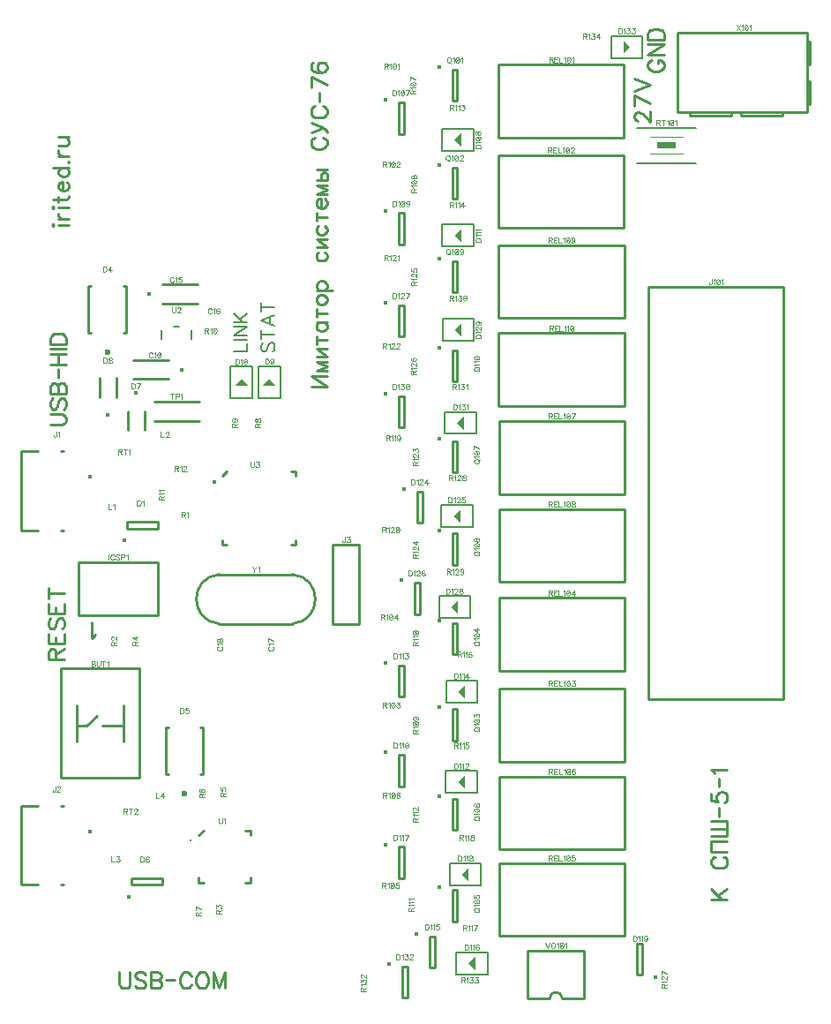
<source format=gbr>
G04 DipTrace 3.3.1.3*
G04 TopSilk.gbr*
%MOMM*%
G04 #@! TF.FileFunction,Legend,Top*
G04 #@! TF.Part,Single*
%ADD10C,0.25*%
%ADD34O,0.39985X0.39996*%
%ADD36O,0.39127X0.39145*%
%ADD39O,0.59978X0.60023*%
%ADD42C,0.40002*%
%ADD44C,0.15*%
%ADD48O,0.39172X0.39127*%
%ADD52O,0.40052X0.40082*%
%ADD64C,0.127*%
%ADD65C,0.07*%
%ADD67O,0.29906X0.3001*%
%ADD71C,0.2032*%
%ADD74O,0.40245X0.40068*%
%ADD152C,0.07843*%
%ADD153C,0.23529*%
%ADD154C,0.19608*%
%FSLAX35Y35*%
G04*
G71*
G90*
G75*
G01*
G04 TopSilk*
%LPD*%
X1266000Y3247000D2*
D10*
X2016000D1*
Y4297000D1*
X1266000D1*
Y3247000D1*
X1416000Y3596965D2*
Y3947035D1*
X1866000Y3596965D2*
Y3947035D1*
Y3747010D2*
X1665975D1*
X1416000D2*
X1515975D1*
X1616025Y3846970D1*
X2303025Y7075000D2*
X1962960D1*
X2303025Y7255000D2*
X1962960D1*
D34*
X2423007Y7165000D3*
X2235975Y7980000D2*
D10*
X2576040D1*
X2235975Y7800000D2*
X2576040D1*
D34*
X2115993Y7890000D3*
X1901014Y5641976D2*
D10*
X2201000D1*
Y5701971D1*
X1901014D1*
Y5641976D1*
D36*
X1877644Y5524558D3*
X1532992Y7516991D2*
D10*
Y7967008D1*
X1893002Y7516991D2*
Y7967008D1*
X1532992D2*
X1558012D1*
X1532992Y7516991D2*
X1558012D1*
X1867981Y7967008D2*
X1893002D1*
X1867981Y7516991D2*
X1893002D1*
D39*
X1712997Y7334511D3*
X2271992Y3281991D2*
D10*
Y3732008D1*
X2632002Y3281991D2*
Y3732008D1*
X2271992D2*
X2297012D1*
X2271992Y3281991D2*
X2297012D1*
X2606981Y3732008D2*
X2632002D1*
X2606981Y3281991D2*
X2632002D1*
D39*
X2451997Y3099511D3*
X1942014Y2223976D2*
D10*
X2242000D1*
Y2283971D1*
X1942014D1*
Y2223976D1*
D36*
X1918644Y2106558D3*
X2068007Y6764020D2*
D10*
Y6583988D1*
X1908000Y6764020D2*
Y6583988D1*
D42*
X1988003Y6939002D3*
X1636993Y6903980D2*
D10*
Y7084012D1*
X1797000Y6903980D2*
Y7084012D1*
D42*
X1716997Y6728998D3*
X3162000Y6895500D2*
D44*
X3372000D1*
Y7195500D1*
X3162000D1*
Y6895500D1*
G36*
X3330504Y7013760D2*
X3203496D1*
X3267000Y7077240D1*
D1*
X3330504Y7013760D1*
G37*
X2893000Y6893500D2*
D44*
X3103000D1*
Y7193500D1*
X2893000D1*
Y6893500D1*
G36*
X3061504Y7011760D2*
X2934496D1*
X2998000Y7075240D1*
D1*
X3061504Y7011760D1*
G37*
D48*
X4381639Y9750356D3*
X4509000Y9726986D2*
D10*
Y9427000D1*
X4559000D1*
Y9726986D1*
X4509000D1*
X5225500Y9264000D2*
D44*
X4925500D1*
Y9474000D1*
X5225500D1*
Y9264000D1*
G36*
X5107240Y9432504D2*
Y9305496D1*
X5043760Y9369000D1*
D1*
X5107240Y9432504D1*
G37*
D48*
X4381639Y8689356D3*
X4509000Y8665986D2*
D10*
Y8366000D1*
X4559000D1*
Y8665986D1*
X4509000D1*
D48*
X4381639Y3492356D3*
X4509000Y3468986D2*
D10*
Y3169000D1*
X4559000D1*
Y3468986D1*
X4509000D1*
X5225500Y8346000D2*
D44*
X4925500D1*
Y8556000D1*
X5225500D1*
Y8346000D1*
G36*
X5107240Y8514504D2*
Y8387496D1*
X5043760Y8451000D1*
D1*
X5107240Y8514504D1*
G37*
X5260500Y3106000D2*
D44*
X4960500D1*
Y3316000D1*
X5260500D1*
Y3106000D1*
G36*
X5142240Y3274504D2*
Y3147496D1*
X5078760Y3211000D1*
D1*
X5142240Y3274504D1*
G37*
D48*
X4381639Y4350356D3*
X4509000Y4326986D2*
D10*
Y4027000D1*
X4559000D1*
Y4326986D1*
X4509000D1*
X5263500Y3969000D2*
D44*
X4963500D1*
Y4179000D1*
X5263500D1*
Y3969000D1*
G36*
X5145240Y4137504D2*
Y4010496D1*
X5081760Y4074000D1*
D1*
X5145240Y4137504D1*
G37*
D48*
X4679639Y1752356D3*
X4807000Y1728986D2*
D10*
Y1429000D1*
X4857000D1*
Y1728986D1*
X4807000D1*
X5360500Y1366000D2*
D44*
X5060500D1*
Y1576000D1*
X5360500D1*
Y1366000D1*
G36*
X5242240Y1534504D2*
Y1407496D1*
X5178760Y1471000D1*
D1*
X5242240Y1534504D1*
G37*
D48*
X4381639Y2610356D3*
X4509000Y2586986D2*
D10*
Y2287000D1*
X4559000D1*
Y2586986D1*
X4509000D1*
X5299500Y2218000D2*
D44*
X4999500D1*
Y2428000D1*
X5299500D1*
Y2218000D1*
G36*
X5181240Y2386504D2*
Y2259496D1*
X5117760Y2323000D1*
D1*
X5181240Y2386504D1*
G37*
D48*
X6976361Y1336644D3*
X6849000Y1360014D2*
D10*
Y1660000D1*
X6799000D1*
Y1360014D1*
X6849000D1*
D48*
X4561639Y6020356D3*
X4689000Y5996986D2*
D10*
Y5697000D1*
X4739000D1*
Y5996986D1*
X4689000D1*
X5217500Y5655000D2*
D44*
X4917500D1*
Y5865000D1*
X5217500D1*
Y5655000D1*
G36*
X5099240Y5823504D2*
Y5696496D1*
X5035760Y5760000D1*
D1*
X5099240Y5823504D1*
G37*
D48*
X4531639Y5144356D3*
X4659000Y5120986D2*
D10*
Y4821000D1*
X4709000D1*
Y5120986D1*
X4659000D1*
D48*
X4381639Y7806356D3*
X4509000Y7782986D2*
D10*
Y7483000D1*
X4559000D1*
Y7782986D1*
X4509000D1*
X5194500Y4782000D2*
D44*
X4894500D1*
Y4992000D1*
X5194500D1*
Y4782000D1*
G36*
X5076240Y4950504D2*
Y4823496D1*
X5012760Y4887000D1*
D1*
X5076240Y4950504D1*
G37*
X5229500Y7441000D2*
D44*
X4929500D1*
Y7651000D1*
X5229500D1*
Y7441000D1*
G36*
X5111240Y7609504D2*
Y7482496D1*
X5047760Y7546000D1*
D1*
X5111240Y7609504D1*
G37*
D48*
X4381639Y6932356D3*
X4509000Y6908986D2*
D10*
Y6609000D1*
X4559000D1*
Y6908986D1*
X4509000D1*
X5252500Y6549000D2*
D44*
X4952500D1*
Y6759000D1*
X5252500D1*
Y6549000D1*
G36*
X5134240Y6717504D2*
Y6590496D1*
X5070760Y6654000D1*
D1*
X5134240Y6717504D1*
G37*
D48*
X4417639Y1465356D3*
X4545000Y1441986D2*
D10*
Y1142000D1*
X4595000D1*
Y1441986D1*
X4545000D1*
X6548500Y10363000D2*
D44*
X6848500D1*
Y10153000D1*
X6548500D1*
Y10363000D1*
G36*
X6666760Y10194496D2*
Y10321504D1*
X6730240Y10258000D1*
D1*
X6666760Y10194496D1*
G37*
X1436000Y5317002D2*
D10*
X2198000D1*
Y4809009D1*
X1436000D1*
Y5317002D1*
D52*
X1544474Y6134997D3*
X1291480Y6385044D2*
D10*
X1267476D1*
X1049468D2*
X884500D1*
Y5624956D1*
X1049468D1*
X1291480D2*
X1267476D1*
D52*
X1544474Y2732997D3*
X1291480Y2983044D2*
D10*
X1267476D1*
X1049468D2*
X884500D1*
Y2222956D1*
X1049468D1*
X1291480D2*
X1267476D1*
X3878000Y5485000D2*
X4132000D1*
Y4723000D1*
X3878000D2*
X4132000D1*
X3878000Y5485000D2*
Y4723000D1*
X8200467Y4005850D2*
X6905067D1*
Y7958083D1*
X8200467Y4005850D2*
Y7958083D1*
X6905067D1*
D48*
X4894639Y10065356D3*
X5022000Y10041986D2*
D10*
Y9742000D1*
X5072000D1*
Y10041986D1*
X5022000D1*
D48*
X4894639Y9127356D3*
X5022000Y9103986D2*
D10*
Y8804000D1*
X5072000D1*
Y9103986D1*
X5022000D1*
D48*
X4894639Y3931356D3*
X5022000Y3907986D2*
D10*
Y3608000D1*
X5072000D1*
Y3907986D1*
X5022000D1*
D48*
X4894639Y4755356D3*
X5022000Y4731986D2*
D10*
Y4432000D1*
X5072000D1*
Y4731986D1*
X5022000D1*
D48*
X4894639Y2197356D3*
X5022000Y2173986D2*
D10*
Y1874000D1*
X5072000D1*
Y2173986D1*
X5022000D1*
D48*
X4894639Y3074356D3*
X5022000Y3050986D2*
D10*
Y2751000D1*
X5072000D1*
Y3050986D1*
X5022000D1*
D48*
X4894639Y6500356D3*
X5022000Y6476986D2*
D10*
Y6177000D1*
X5072000D1*
Y6476986D1*
X5022000D1*
D48*
X4894639Y5618356D3*
X5022000Y5594986D2*
D10*
Y5295000D1*
X5072000D1*
Y5594986D1*
X5022000D1*
D48*
X4894639Y8229356D3*
X5022000Y8205986D2*
D10*
Y7906000D1*
X5072000D1*
Y8205986D1*
X5022000D1*
D48*
X4894639Y7374356D3*
X5022000Y7350986D2*
D10*
Y7051000D1*
X5072000D1*
Y7350986D1*
X5022000D1*
X5465750Y10089250D2*
X6672250D1*
Y9390750D1*
X5465750D1*
Y10089250D1*
Y9221250D2*
X6672250D1*
Y8522750D1*
X5465750D1*
Y9221250D1*
X5473750Y4104250D2*
X6680250D1*
Y3405750D1*
X5473750D1*
Y4104250D1*
X5472750Y4975250D2*
X6679250D1*
Y4276750D1*
X5472750D1*
Y4975250D1*
X5471750Y2431250D2*
X6678250D1*
Y1732750D1*
X5471750D1*
Y2431250D1*
X5473750Y3262250D2*
X6680250D1*
Y2563750D1*
X5473750D1*
Y3262250D1*
X5471750Y6669250D2*
X6678250D1*
Y5970750D1*
X5471750D1*
Y6669250D1*
Y5825250D2*
X6678250D1*
Y5126750D1*
X5471750D1*
Y5825250D1*
X5467750Y8359250D2*
X6674250D1*
Y7660750D1*
X5467750D1*
Y8359250D1*
X5468750Y7514250D2*
X6675250D1*
Y6815750D1*
X5468750D1*
Y7514250D1*
X6798542Y9485130D2*
D64*
X7358658D1*
Y9142870D2*
X6798542D1*
X6918576Y9393986D2*
D65*
X7238624D1*
Y9234014D2*
X6918576D1*
G36*
X6988606Y9283984D2*
X7168594D1*
Y9344016D1*
X6988606D1*
Y9283984D1*
G37*
G36*
X7018647D2*
X7128604D1*
Y9344016D1*
X7018647D1*
Y9283984D1*
G37*
X2167233Y6861300D2*
D10*
X2592995Y6861243D1*
X2167233Y6670700D2*
X2592995Y6670757D1*
X3038065Y2747029D2*
X3088013D1*
Y2697011D1*
X3038065Y2246971D2*
X3088013D1*
Y2296989D2*
Y2246971D1*
X2588090D2*
X2638101D1*
X2588090Y2296989D2*
Y2246971D1*
D67*
X2513199Y2647023D3*
X2638101Y2747029D2*
D10*
X2588090Y2697011D1*
X2518240Y7541952D2*
D71*
Y7456068D1*
X2233760D2*
Y7541952D1*
X2349174Y7580030D2*
X2402826D1*
X3478721Y6185224D2*
D10*
X3518145D1*
Y6145156D1*
X3478721Y5484776D2*
X3518145D1*
Y5524844D2*
Y5484776D1*
X2818369D2*
X2858615D1*
X2818369Y5524844D2*
Y5484776D1*
D74*
X2738289Y6085054D3*
X2858615Y6185224D2*
D10*
X2818369Y6145156D1*
X6286961Y1595000D2*
X5747039D1*
X6286961Y1135000D2*
Y1595000D1*
X5747039D2*
Y1135000D1*
X6286961D2*
X6077027D1*
X5747039D2*
X5956973D1*
X6077027D2*
G03X5956973Y1135000I-60027J3D01*
G01*
X7183000Y9633498D2*
X8433061D1*
Y10395498D1*
X7183000D1*
Y9633498D1*
X7300348Y9601748D2*
X7697223D1*
Y9633498D1*
X7300348D1*
Y9601748D1*
X8433061Y9712873D2*
X8453000D1*
Y9935123D1*
X8433061D1*
Y9712873D1*
Y10093873D2*
X8453000D1*
Y10316123D1*
X8433061D1*
Y10093873D1*
X7792473Y9601748D2*
X8189348D1*
Y9633498D1*
X7792473D1*
Y9601748D1*
X3492447Y5199900D2*
X2782953D1*
X3492447Y4728100D2*
X2782953D1*
X3492447D2*
G03X3492447Y5199900I-20868J235900D01*
G01*
X2782953D2*
G03X2782953Y4728100I20868J-235900D01*
G01*
X1560334Y4371395D2*
D152*
Y4320351D1*
X1582234D1*
X1589534Y4322822D1*
X1591949Y4325236D1*
X1594363Y4330065D1*
Y4337365D1*
X1591949Y4342251D1*
X1589534Y4344665D1*
X1582234Y4347080D1*
X1589534Y4349551D1*
X1591949Y4351965D1*
X1594363Y4356795D1*
Y4361680D1*
X1591949Y4366509D1*
X1589534Y4368980D1*
X1582234Y4371395D1*
X1560334D1*
Y4347080D2*
X1582234D1*
X1610050Y4371395D2*
Y4334951D1*
X1612464Y4327651D1*
X1617350Y4322822D1*
X1624650Y4320351D1*
X1629479D1*
X1636779Y4322822D1*
X1641664Y4327651D1*
X1644079Y4334951D1*
Y4371395D1*
X1676780D2*
Y4320351D1*
X1659765Y4371395D2*
X1693794D1*
X1709481Y4361624D2*
X1714366Y4364095D1*
X1721666Y4371338D1*
Y4320351D1*
X2147428Y7317265D2*
X2145014Y7322095D1*
X2140128Y7326980D1*
X2135299Y7329395D1*
X2125584D1*
X2120699Y7326980D1*
X2115870Y7322095D1*
X2113399Y7317265D1*
X2110984Y7309965D1*
Y7297780D1*
X2113399Y7290536D1*
X2115870Y7285651D1*
X2120699Y7280822D1*
X2125584Y7278351D1*
X2135299D1*
X2140128Y7280822D1*
X2145014Y7285651D1*
X2147428Y7290536D1*
X2163115Y7319624D2*
X2168000Y7322095D1*
X2175300Y7329338D1*
Y7278351D1*
X2205586Y7329338D2*
X2198286Y7326924D1*
X2193401Y7319624D1*
X2190986Y7307495D1*
Y7300195D1*
X2193401Y7288065D1*
X2198286Y7280765D1*
X2205586Y7278351D1*
X2210416D1*
X2217716Y7280765D1*
X2222545Y7288065D1*
X2225016Y7300195D1*
Y7307495D1*
X2222545Y7319624D1*
X2217716Y7326924D1*
X2210416Y7329338D1*
X2205586D1*
X2222545Y7319624D2*
X2193401Y7288065D1*
X2350428Y8042265D2*
X2348014Y8047095D1*
X2343128Y8051980D1*
X2338299Y8054395D1*
X2328584D1*
X2323699Y8051980D1*
X2318870Y8047095D1*
X2316399Y8042265D1*
X2313984Y8034965D1*
Y8022780D1*
X2316399Y8015536D1*
X2318870Y8010651D1*
X2323699Y8005822D1*
X2328584Y8003351D1*
X2338299D1*
X2343128Y8005822D1*
X2348014Y8010651D1*
X2350428Y8015536D1*
X2366115Y8044624D2*
X2371000Y8047095D1*
X2378300Y8054338D1*
Y8003351D1*
X2423130Y8054338D2*
X2398872D1*
X2396457Y8032495D1*
X2398872Y8034909D1*
X2406172Y8037380D1*
X2413416D1*
X2420716Y8034909D1*
X2425601Y8030080D1*
X2428016Y8022780D1*
Y8017951D1*
X2425601Y8010651D1*
X2420716Y8005765D1*
X2413416Y8003351D1*
X2406172D1*
X2398872Y8005765D1*
X2396457Y8008236D1*
X2393986Y8013065D1*
X2713540Y7741025D2*
X2711126Y7745855D1*
X2706240Y7750740D1*
X2701411Y7753155D1*
X2691697D1*
X2686811Y7750740D1*
X2681982Y7745855D1*
X2679511Y7741025D1*
X2677097Y7733725D1*
Y7721540D1*
X2679511Y7714296D1*
X2681982Y7709411D1*
X2686811Y7704582D1*
X2691697Y7702111D1*
X2701411D1*
X2706240Y7704582D1*
X2711126Y7709411D1*
X2713540Y7714296D1*
X2729227Y7743384D2*
X2734112Y7745855D1*
X2741412Y7753098D1*
Y7702111D1*
X2786242Y7745855D2*
X2783828Y7750684D1*
X2776528Y7753098D1*
X2771698D1*
X2764398Y7750684D1*
X2759513Y7743384D1*
X2757098Y7731255D1*
Y7719125D1*
X2759513Y7709411D1*
X2764398Y7704525D1*
X2771698Y7702111D1*
X2774113D1*
X2781357Y7704525D1*
X2786242Y7709411D1*
X2788657Y7716711D1*
Y7719125D1*
X2786242Y7726425D1*
X2781357Y7731255D1*
X2774113Y7733669D1*
X2771698D1*
X2764398Y7731255D1*
X2759513Y7726425D1*
X2757098Y7719125D1*
X3267735Y4507429D2*
X3262905Y4505014D1*
X3258020Y4500129D1*
X3255605Y4495299D1*
Y4485585D1*
X3258020Y4480699D1*
X3262905Y4475870D1*
X3267735Y4473399D1*
X3275035Y4470985D1*
X3287220D1*
X3294464Y4473399D1*
X3299349Y4475870D1*
X3304179Y4480699D1*
X3306649Y4485585D1*
Y4495299D1*
X3304179Y4500128D1*
X3299349Y4505014D1*
X3294464Y4507428D1*
X3265376Y4523115D2*
X3262906Y4528000D1*
X3255662Y4535300D1*
X3306649D1*
Y4560701D2*
X3255662Y4585016D1*
Y4550986D1*
X2778735Y4507457D2*
X2773905Y4505042D1*
X2769020Y4500157D1*
X2766605Y4495327D1*
Y4485613D1*
X2769020Y4480728D1*
X2773905Y4475898D1*
X2778735Y4473428D1*
X2786035Y4471013D1*
X2798220D1*
X2805464Y4473428D1*
X2810349Y4475898D1*
X2815179Y4480727D1*
X2817649Y4485613D1*
Y4495327D1*
X2815179Y4500157D1*
X2810349Y4505042D1*
X2805464Y4507457D1*
X2776376Y4523143D2*
X2773906Y4528028D1*
X2766662Y4535328D1*
X2817649D1*
X2766662Y4563144D2*
X2769076Y4555900D1*
X2773906Y4553429D1*
X2778791D1*
X2783620Y4555900D1*
X2786091Y4560729D1*
X2788505Y4570444D1*
X2790920Y4577744D1*
X2795805Y4582573D1*
X2800635Y4584987D1*
X2807935D1*
X2812764Y4582573D1*
X2815235Y4580158D1*
X2817649Y4572858D1*
Y4563144D1*
X2815235Y4555900D1*
X2812764Y4553429D1*
X2807935Y4551014D1*
X2800635D1*
X2795805Y4553429D1*
X2790920Y4558314D1*
X2788505Y4565558D1*
X2786091Y4575273D1*
X2783620Y4580158D1*
X2778791Y4582573D1*
X2773905D1*
X2769076Y4580158D1*
X2766662Y4572858D1*
Y4563144D1*
X1998590Y5911395D2*
Y5860352D1*
X2015604D1*
X2022904Y5862822D1*
X2027790Y5867652D1*
X2030204Y5872537D1*
X2032619Y5879781D1*
Y5891966D1*
X2030204Y5899266D1*
X2027790Y5904095D1*
X2022904Y5908981D1*
X2015604Y5911395D1*
X1998590D1*
X2048305Y5901625D2*
X2053190Y5904095D1*
X2060490Y5911339D1*
Y5860352D1*
X1669917Y8156395D2*
Y8105351D1*
X1686932D1*
X1694232Y8107822D1*
X1699117Y8112651D1*
X1701532Y8117536D1*
X1703946Y8124780D1*
Y8136965D1*
X1701532Y8144265D1*
X1699117Y8149095D1*
X1694232Y8153980D1*
X1686932Y8156395D1*
X1669917D1*
X1743947Y8105351D2*
Y8156338D1*
X1719632Y8122365D1*
X1756076D1*
X2410124Y3921395D2*
Y3870351D1*
X2427139D1*
X2434439Y3872822D1*
X2439324Y3877651D1*
X2441739Y3882536D1*
X2444154Y3889780D1*
Y3901965D1*
X2441739Y3909265D1*
X2439324Y3914095D1*
X2434439Y3918980D1*
X2427139Y3921395D1*
X2410124D1*
X2488984Y3921338D2*
X2464725D1*
X2462311Y3899495D1*
X2464725Y3901909D1*
X2472025Y3904380D1*
X2479269D1*
X2486569Y3901909D1*
X2491454Y3897080D1*
X2493869Y3889780D1*
Y3884951D1*
X2491454Y3877651D1*
X2486569Y3872765D1*
X2479269Y3870351D1*
X2472025D1*
X2464725Y3872765D1*
X2462311Y3875236D1*
X2459840Y3880065D1*
X2029903Y2493395D2*
Y2442352D1*
X2046918D1*
X2054218Y2444822D1*
X2059103Y2449652D1*
X2061518Y2454537D1*
X2063932Y2461781D1*
Y2473966D1*
X2061518Y2481266D1*
X2059103Y2486095D1*
X2054218Y2490981D1*
X2046918Y2493395D1*
X2029903D1*
X2108762Y2486095D2*
X2106348Y2490925D1*
X2099048Y2493339D1*
X2094219D1*
X2086919Y2490925D1*
X2082033Y2483625D1*
X2079619Y2471495D1*
Y2459366D1*
X2082033Y2449652D1*
X2086919Y2444766D1*
X2094219Y2442352D1*
X2096633D1*
X2103877Y2444766D1*
X2108762Y2449652D1*
X2111177Y2456952D1*
Y2459366D1*
X2108762Y2466666D1*
X2103877Y2471495D1*
X2096633Y2473910D1*
X2094219D1*
X2086919Y2471495D1*
X2082033Y2466666D1*
X2079619Y2459366D1*
X1946131Y7033395D2*
Y6982351D1*
X1963146D1*
X1970446Y6984822D1*
X1975331Y6989651D1*
X1977746Y6994536D1*
X1980160Y7001780D1*
Y7013965D1*
X1977746Y7021265D1*
X1975331Y7026095D1*
X1970446Y7030980D1*
X1963146Y7033395D1*
X1946131D1*
X2005561Y6982351D2*
X2029876Y7033338D1*
X1995846D1*
X1675152Y7278395D2*
Y7227351D1*
X1692167D1*
X1699467Y7229822D1*
X1704352Y7234651D1*
X1706767Y7239536D1*
X1709182Y7246780D1*
Y7258965D1*
X1706767Y7266265D1*
X1704352Y7271095D1*
X1699467Y7275980D1*
X1692167Y7278395D1*
X1675152D1*
X1736997Y7278338D2*
X1729753Y7275924D1*
X1727282Y7271095D1*
Y7266209D1*
X1729753Y7261380D1*
X1734582Y7258909D1*
X1744297Y7256495D1*
X1751597Y7254080D1*
X1756426Y7249195D1*
X1758841Y7244365D1*
Y7237065D1*
X1756426Y7232236D1*
X1754012Y7229765D1*
X1746712Y7227351D1*
X1736997D1*
X1729753Y7229765D1*
X1727282Y7232236D1*
X1724868Y7237065D1*
Y7244365D1*
X1727282Y7249195D1*
X1732168Y7254080D1*
X1739412Y7256495D1*
X1749126Y7258909D1*
X1754012Y7261380D1*
X1756426Y7266209D1*
Y7271095D1*
X1754012Y7275924D1*
X1746712Y7278338D1*
X1736997D1*
X3226335Y7269895D2*
Y7218851D1*
X3243350D1*
X3250650Y7221322D1*
X3255535Y7226151D1*
X3257950Y7231036D1*
X3260364Y7238280D1*
Y7250465D1*
X3257950Y7257765D1*
X3255535Y7262595D1*
X3250650Y7267480D1*
X3243350Y7269895D1*
X3226335D1*
X3307665Y7252880D2*
X3305194Y7245580D1*
X3300365Y7240695D1*
X3293065Y7238280D1*
X3290650D1*
X3283350Y7240695D1*
X3278521Y7245580D1*
X3276050Y7252880D1*
Y7255295D1*
X3278521Y7262595D1*
X3283350Y7267424D1*
X3290650Y7269838D1*
X3293065D1*
X3300365Y7267424D1*
X3305194Y7262595D1*
X3307665Y7252880D1*
Y7240695D1*
X3305194Y7228565D1*
X3300365Y7221265D1*
X3293065Y7218851D1*
X3288236D1*
X3280936Y7221265D1*
X3278521Y7226151D1*
X2942192Y7267895D2*
Y7216851D1*
X2959206D1*
X2966506Y7219322D1*
X2971392Y7224151D1*
X2973806Y7229036D1*
X2976221Y7236280D1*
Y7248465D1*
X2973806Y7255765D1*
X2971392Y7260595D1*
X2966506Y7265480D1*
X2959206Y7267895D1*
X2942192D1*
X2991907Y7258124D2*
X2996793Y7260595D1*
X3004093Y7267838D1*
Y7216851D1*
X3034379Y7267838D2*
X3027079Y7265424D1*
X3022194Y7258124D1*
X3019779Y7245995D1*
Y7238695D1*
X3022194Y7226565D1*
X3027079Y7219265D1*
X3034379Y7216851D1*
X3039208D1*
X3046508Y7219265D1*
X3051337Y7226565D1*
X3053808Y7238695D1*
Y7245995D1*
X3051337Y7258124D1*
X3046508Y7265424D1*
X3039208Y7267838D1*
X3034379D1*
X3051337Y7258124D2*
X3022194Y7226565D1*
X4451111Y9844315D2*
Y9793271D1*
X4468125D1*
X4475425Y9795742D1*
X4480311Y9800571D1*
X4482725Y9805456D1*
X4485140Y9812700D1*
Y9824885D1*
X4482725Y9832185D1*
X4480311Y9837015D1*
X4475425Y9841900D1*
X4468125Y9844315D1*
X4451111D1*
X4500826Y9834544D2*
X4505712Y9837015D1*
X4513012Y9844258D1*
Y9793271D1*
X4543298Y9844258D2*
X4535998Y9841844D1*
X4531112Y9834544D1*
X4528698Y9822415D1*
Y9815115D1*
X4531112Y9802985D1*
X4535998Y9795685D1*
X4543298Y9793271D1*
X4548127D1*
X4555427Y9795685D1*
X4560256Y9802985D1*
X4562727Y9815115D1*
Y9822415D1*
X4560256Y9834544D1*
X4555427Y9841844D1*
X4548127Y9844258D1*
X4543298D1*
X4560256Y9834544D2*
X4531112Y9802985D1*
X4588128Y9793271D2*
X4612443Y9844258D1*
X4578413D1*
X5242730Y9288362D2*
X5293774D1*
Y9305377D1*
X5291303Y9312677D1*
X5286474Y9317562D1*
X5281589Y9319977D1*
X5274345Y9322392D1*
X5262159D1*
X5254859Y9319977D1*
X5250030Y9317562D1*
X5245145Y9312677D1*
X5242730Y9305377D1*
Y9288362D1*
X5252501Y9338078D2*
X5250030Y9342963D1*
X5242786Y9350263D1*
X5293774D1*
X5242786Y9380549D2*
X5245201Y9373249D1*
X5252501Y9368364D1*
X5264630Y9365949D1*
X5271930D1*
X5284059Y9368364D1*
X5291359Y9373249D1*
X5293774Y9380549D1*
Y9385379D1*
X5291359Y9392679D1*
X5284059Y9397508D1*
X5271930Y9399979D1*
X5264630D1*
X5252501Y9397508D1*
X5245201Y9392679D1*
X5242786Y9385379D1*
Y9380549D1*
X5252501Y9397508D2*
X5284059Y9368364D1*
X5242786Y9427794D2*
X5245201Y9420550D1*
X5250030Y9418079D1*
X5254916D1*
X5259745Y9420550D1*
X5262216Y9425379D1*
X5264630Y9435094D1*
X5267045Y9442394D1*
X5271930Y9447223D1*
X5276759Y9449638D1*
X5284059D1*
X5288889Y9447223D1*
X5291359Y9444809D1*
X5293774Y9437509D1*
Y9427794D1*
X5291359Y9420550D1*
X5288889Y9418079D1*
X5284059Y9415665D1*
X5276759D1*
X5271930Y9418079D1*
X5267045Y9422965D1*
X5264630Y9430209D1*
X5262216Y9439923D1*
X5259745Y9444809D1*
X5254916Y9447223D1*
X5250030D1*
X5245201Y9444809D1*
X5242786Y9437509D1*
Y9427794D1*
X4452318Y8783315D2*
Y8732271D1*
X4469333D1*
X4476633Y8734742D1*
X4481518Y8739571D1*
X4483933Y8744456D1*
X4486347Y8751700D1*
Y8763885D1*
X4483933Y8771185D1*
X4481518Y8776015D1*
X4476633Y8780900D1*
X4469333Y8783315D1*
X4452318D1*
X4502034Y8773544D2*
X4506919Y8776015D1*
X4514219Y8783258D1*
Y8732271D1*
X4544505Y8783258D2*
X4537205Y8780844D1*
X4532320Y8773544D1*
X4529905Y8761415D1*
Y8754115D1*
X4532320Y8741985D1*
X4537205Y8734685D1*
X4544505Y8732271D1*
X4549334D1*
X4556634Y8734685D1*
X4561464Y8741985D1*
X4563934Y8754115D1*
Y8761415D1*
X4561464Y8773544D1*
X4556634Y8780844D1*
X4549334Y8783258D1*
X4544505D1*
X4561464Y8773544D2*
X4532320Y8741985D1*
X4611235Y8766300D2*
X4608765Y8759000D1*
X4603935Y8754115D1*
X4596635Y8751700D1*
X4594221D1*
X4586921Y8754115D1*
X4582091Y8759000D1*
X4579621Y8766300D1*
Y8768715D1*
X4582091Y8776015D1*
X4586921Y8780844D1*
X4594221Y8783258D1*
X4596635D1*
X4603935Y8780844D1*
X4608765Y8776015D1*
X4611235Y8766300D1*
Y8754115D1*
X4608765Y8741985D1*
X4603935Y8734685D1*
X4596635Y8732271D1*
X4591806D1*
X4584506Y8734685D1*
X4582091Y8739571D1*
X4462033Y3586315D2*
Y3535271D1*
X4479047D1*
X4486347Y3537742D1*
X4491233Y3542571D1*
X4493647Y3547456D1*
X4496062Y3554700D1*
Y3566885D1*
X4493647Y3574185D1*
X4491233Y3579015D1*
X4486347Y3583900D1*
X4479047Y3586315D1*
X4462033D1*
X4511748Y3576544D2*
X4516634Y3579015D1*
X4523934Y3586258D1*
Y3535271D1*
X4539620Y3576544D2*
X4544505Y3579015D1*
X4551805Y3586258D1*
Y3535271D1*
X4582091Y3586258D2*
X4574791Y3583844D1*
X4569906Y3576544D1*
X4567491Y3564415D1*
Y3557115D1*
X4569906Y3544985D1*
X4574791Y3537685D1*
X4582091Y3535271D1*
X4586921D1*
X4594221Y3537685D1*
X4599050Y3544985D1*
X4601521Y3557115D1*
Y3564415D1*
X4599050Y3576544D1*
X4594221Y3583844D1*
X4586921Y3586258D1*
X4582091D1*
X4599050Y3576544D2*
X4569906Y3544985D1*
X5242730Y8392178D2*
X5293774D1*
Y8409193D1*
X5291303Y8416493D1*
X5286474Y8421378D1*
X5281589Y8423793D1*
X5274345Y8426207D1*
X5262159D1*
X5254859Y8423793D1*
X5250030Y8421378D1*
X5245145Y8416493D1*
X5242730Y8409193D1*
Y8392178D1*
X5252501Y8441894D2*
X5250030Y8446779D1*
X5242786Y8454079D1*
X5293774D1*
X5252501Y8469765D2*
X5250030Y8474651D1*
X5242786Y8481951D1*
X5293774Y8481950D1*
X5252501Y8497637D2*
X5250030Y8502522D1*
X5242786Y8509822D1*
X5293774D1*
X5040756Y3390395D2*
Y3339351D1*
X5057771D1*
X5065071Y3341822D1*
X5069956Y3346651D1*
X5072371Y3351536D1*
X5074785Y3358780D1*
Y3370965D1*
X5072371Y3378265D1*
X5069956Y3383095D1*
X5065071Y3387980D1*
X5057771Y3390395D1*
X5040756D1*
X5090471Y3380624D2*
X5095357Y3383095D1*
X5102657Y3390338D1*
Y3339351D1*
X5118343Y3380624D2*
X5123229Y3383095D1*
X5130529Y3390338D1*
Y3339351D1*
X5148686Y3378209D2*
Y3380624D1*
X5151100Y3385509D1*
X5153515Y3387924D1*
X5158400Y3390338D1*
X5168115D1*
X5172944Y3387924D1*
X5175359Y3385509D1*
X5177829Y3380624D1*
Y3375795D1*
X5175359Y3370909D1*
X5170529Y3363665D1*
X5146215Y3339351D1*
X5180244D1*
X4462033Y4444315D2*
Y4393271D1*
X4479047D1*
X4486347Y4395742D1*
X4491233Y4400571D1*
X4493647Y4405456D1*
X4496062Y4412700D1*
Y4424885D1*
X4493647Y4432185D1*
X4491233Y4437015D1*
X4486347Y4441900D1*
X4479047Y4444315D1*
X4462033D1*
X4511748Y4434544D2*
X4516634Y4437015D1*
X4523934Y4444258D1*
Y4393271D1*
X4539620Y4434544D2*
X4544505Y4437015D1*
X4551805Y4444258D1*
Y4393271D1*
X4572377Y4444258D2*
X4599050D1*
X4584506Y4424829D1*
X4591806D1*
X4596635Y4422415D1*
X4599050Y4420000D1*
X4601521Y4412700D1*
Y4407871D1*
X4599050Y4400571D1*
X4594221Y4395685D1*
X4586921Y4393271D1*
X4579621D1*
X4572377Y4395685D1*
X4569962Y4398156D1*
X4567491Y4402985D1*
X5042549Y4253395D2*
Y4202351D1*
X5059563D1*
X5066863Y4204822D1*
X5071749Y4209651D1*
X5074163Y4214536D1*
X5076578Y4221780D1*
Y4233965D1*
X5074163Y4241265D1*
X5071749Y4246095D1*
X5066863Y4250980D1*
X5059563Y4253395D1*
X5042549D1*
X5092264Y4243624D2*
X5097150Y4246095D1*
X5104450Y4253338D1*
Y4202351D1*
X5120136Y4243624D2*
X5125021Y4246095D1*
X5132321Y4253338D1*
Y4202351D1*
X5172322D2*
Y4253338D1*
X5148007Y4219365D1*
X5184451D1*
X4760033Y1846315D2*
Y1795271D1*
X4777047D1*
X4784347Y1797742D1*
X4789233Y1802571D1*
X4791647Y1807456D1*
X4794062Y1814700D1*
Y1826885D1*
X4791647Y1834185D1*
X4789233Y1839015D1*
X4784347Y1843900D1*
X4777047Y1846315D1*
X4760033D1*
X4809748Y1836544D2*
X4814634Y1839015D1*
X4821934Y1846258D1*
Y1795271D1*
X4837620Y1836544D2*
X4842505Y1839015D1*
X4849805Y1846258D1*
Y1795271D1*
X4894635Y1846258D2*
X4870377D1*
X4867962Y1824415D1*
X4870377Y1826829D1*
X4877677Y1829300D1*
X4884921D1*
X4892221Y1826829D1*
X4897106Y1822000D1*
X4899521Y1814700D1*
Y1809871D1*
X4897106Y1802571D1*
X4892221Y1797685D1*
X4884921Y1795271D1*
X4877677D1*
X4870377Y1797685D1*
X4867962Y1800156D1*
X4865491Y1804985D1*
X5141991Y1650395D2*
Y1599351D1*
X5159006D1*
X5166306Y1601822D1*
X5171191Y1606651D1*
X5173606Y1611536D1*
X5176021Y1618780D1*
Y1630965D1*
X5173606Y1638265D1*
X5171191Y1643095D1*
X5166306Y1647980D1*
X5159006Y1650395D1*
X5141991D1*
X5191707Y1640624D2*
X5196592Y1643095D1*
X5203892Y1650338D1*
Y1599351D1*
X5219579Y1640624D2*
X5224464Y1643095D1*
X5231764Y1650338D1*
Y1599351D1*
X5276594Y1643095D2*
X5274179Y1647924D1*
X5266879Y1650338D1*
X5262050D1*
X5254750Y1647924D1*
X5249865Y1640624D1*
X5247450Y1628495D1*
Y1616365D1*
X5249865Y1606651D1*
X5254750Y1601765D1*
X5262050Y1599351D1*
X5264465D1*
X5271709Y1601765D1*
X5276594Y1606651D1*
X5279009Y1613951D1*
Y1616365D1*
X5276594Y1623665D1*
X5271709Y1628495D1*
X5264465Y1630909D1*
X5262050D1*
X5254750Y1628495D1*
X5249865Y1623665D1*
X5247450Y1616365D1*
X4462033Y2704315D2*
Y2653271D1*
X4479047D1*
X4486347Y2655742D1*
X4491233Y2660571D1*
X4493647Y2665456D1*
X4496062Y2672700D1*
Y2684885D1*
X4493647Y2692185D1*
X4491233Y2697015D1*
X4486347Y2701900D1*
X4479047Y2704315D1*
X4462033D1*
X4511748Y2694544D2*
X4516634Y2697015D1*
X4523934Y2704258D1*
Y2653271D1*
X4539620Y2694544D2*
X4544505Y2697015D1*
X4551805Y2704258D1*
Y2653271D1*
X4577206D2*
X4601521Y2704258D1*
X4567491D1*
X5079784Y2502395D2*
Y2451351D1*
X5096799D1*
X5104099Y2453822D1*
X5108984Y2458651D1*
X5111399Y2463536D1*
X5113813Y2470780D1*
Y2482965D1*
X5111399Y2490265D1*
X5108984Y2495095D1*
X5104099Y2499980D1*
X5096799Y2502395D1*
X5079784D1*
X5129500Y2492624D2*
X5134385Y2495095D1*
X5141685Y2502338D1*
Y2451351D1*
X5157371Y2492624D2*
X5162257Y2495095D1*
X5169557Y2502338D1*
Y2451351D1*
X5197372Y2502338D2*
X5190128Y2499924D1*
X5187657Y2495095D1*
Y2490209D1*
X5190128Y2485380D1*
X5194957Y2482909D1*
X5204672Y2480495D1*
X5211972Y2478080D1*
X5216801Y2473195D1*
X5219216Y2468365D1*
Y2461065D1*
X5216801Y2456236D1*
X5214387Y2453765D1*
X5207087Y2451351D1*
X5197372D1*
X5190128Y2453765D1*
X5187657Y2456236D1*
X5185243Y2461065D1*
Y2468365D1*
X5187657Y2473195D1*
X5192543Y2478080D1*
X5199787Y2480495D1*
X5209501Y2482909D1*
X5214387Y2485380D1*
X5216801Y2490209D1*
Y2495095D1*
X5214387Y2499924D1*
X5207087Y2502338D1*
X5197372D1*
X6757687Y1734395D2*
Y1683351D1*
X6774701D1*
X6782001Y1685822D1*
X6786887Y1690651D1*
X6789301Y1695536D1*
X6791716Y1702780D1*
Y1714965D1*
X6789301Y1722265D1*
X6786887Y1727095D1*
X6782001Y1731980D1*
X6774701Y1734395D1*
X6757687D1*
X6807402Y1724624D2*
X6812288Y1727095D1*
X6819588Y1734338D1*
Y1683351D1*
X6835274Y1724624D2*
X6840159Y1727095D1*
X6847459Y1734338D1*
Y1683351D1*
X6894760Y1717380D2*
X6892289Y1710080D1*
X6887460Y1705195D1*
X6880160Y1702780D1*
X6877745D1*
X6870445Y1705195D1*
X6865616Y1710080D1*
X6863145Y1717380D1*
Y1719795D1*
X6865616Y1727095D1*
X6870445Y1731924D1*
X6877745Y1734338D1*
X6880160D1*
X6887460Y1731924D1*
X6892289Y1727095D1*
X6894760Y1717380D1*
Y1705195D1*
X6892289Y1693065D1*
X6887460Y1685765D1*
X6880160Y1683351D1*
X6875331D1*
X6868031Y1685765D1*
X6865616Y1690651D1*
X4629903Y6114315D2*
Y6063271D1*
X4646918D1*
X4654218Y6065742D1*
X4659103Y6070571D1*
X4661518Y6075456D1*
X4663933Y6082700D1*
Y6094885D1*
X4661518Y6102185D1*
X4659103Y6107015D1*
X4654218Y6111900D1*
X4646918Y6114315D1*
X4629903D1*
X4679619Y6104544D2*
X4684504Y6107015D1*
X4691804Y6114258D1*
Y6063271D1*
X4709961Y6102129D2*
Y6104544D1*
X4712376Y6109429D1*
X4714791Y6111844D1*
X4719676Y6114258D1*
X4729391D1*
X4734220Y6111844D1*
X4736634Y6109429D1*
X4739105Y6104544D1*
Y6099715D1*
X4736634Y6094829D1*
X4731805Y6087585D1*
X4707491Y6063271D1*
X4741520D1*
X4781521D2*
Y6114258D1*
X4757206Y6080285D1*
X4793650D1*
X4986834Y5939395D2*
Y5888351D1*
X5003849D1*
X5011149Y5890822D1*
X5016034Y5895651D1*
X5018449Y5900536D1*
X5020863Y5907780D1*
Y5919965D1*
X5018449Y5927265D1*
X5016034Y5932095D1*
X5011149Y5936980D1*
X5003849Y5939395D1*
X4986834D1*
X5036550Y5929624D2*
X5041435Y5932095D1*
X5048735Y5939338D1*
Y5888351D1*
X5066892Y5927209D2*
Y5929624D1*
X5069307Y5934509D1*
X5071721Y5936924D1*
X5076607Y5939338D1*
X5086321D1*
X5091150Y5936924D1*
X5093565Y5934509D1*
X5096036Y5929624D1*
Y5924795D1*
X5093565Y5919909D1*
X5088736Y5912665D1*
X5064421Y5888351D1*
X5098450D1*
X5143281Y5939338D2*
X5119022D1*
X5116607Y5917495D1*
X5119022Y5919909D1*
X5126322Y5922380D1*
X5133566D1*
X5140866Y5919909D1*
X5145751Y5915080D1*
X5148166Y5907780D1*
Y5902951D1*
X5145751Y5895651D1*
X5140866Y5890765D1*
X5133566Y5888351D1*
X5126322D1*
X5119022Y5890765D1*
X5116607Y5893236D1*
X5114137Y5898065D1*
X4602346Y5238315D2*
Y5187271D1*
X4619361D1*
X4626661Y5189742D1*
X4631546Y5194571D1*
X4633961Y5199456D1*
X4636375Y5206700D1*
Y5218885D1*
X4633961Y5226185D1*
X4631546Y5231015D1*
X4626661Y5235900D1*
X4619361Y5238315D1*
X4602346D1*
X4652062Y5228544D2*
X4656947Y5231015D1*
X4664247Y5238258D1*
Y5187271D1*
X4682404Y5226129D2*
Y5228544D1*
X4684819Y5233429D1*
X4687233Y5235844D1*
X4692119Y5238258D1*
X4701833D1*
X4706662Y5235844D1*
X4709077Y5233429D1*
X4711548Y5228544D1*
Y5223715D1*
X4709077Y5218829D1*
X4704248Y5211585D1*
X4679933Y5187271D1*
X4713962D1*
X4758793Y5231015D2*
X4756378Y5235844D1*
X4749078Y5238258D1*
X4744249D1*
X4736949Y5235844D1*
X4732063Y5228544D1*
X4729649Y5216415D1*
Y5204285D1*
X4732063Y5194571D1*
X4736949Y5189685D1*
X4744249Y5187271D1*
X4746663D1*
X4753907Y5189685D1*
X4758793Y5194571D1*
X4761207Y5201871D1*
Y5204285D1*
X4758793Y5211585D1*
X4753907Y5216415D1*
X4746663Y5218829D1*
X4744249D1*
X4736949Y5216415D1*
X4732063Y5211585D1*
X4729649Y5204285D1*
X4451111Y7900315D2*
Y7849271D1*
X4468125D1*
X4475425Y7851742D1*
X4480311Y7856571D1*
X4482725Y7861456D1*
X4485140Y7868700D1*
Y7880885D1*
X4482725Y7888185D1*
X4480311Y7893015D1*
X4475425Y7897900D1*
X4468125Y7900315D1*
X4451111D1*
X4500826Y7890544D2*
X4505712Y7893015D1*
X4513012Y7900258D1*
Y7849271D1*
X4531169Y7888129D2*
Y7890544D1*
X4533583Y7895429D1*
X4535998Y7897844D1*
X4540883Y7900258D1*
X4550598D1*
X4555427Y7897844D1*
X4557842Y7895429D1*
X4560312Y7890544D1*
Y7885715D1*
X4557842Y7880829D1*
X4553012Y7873585D1*
X4528698Y7849271D1*
X4562727D1*
X4588128D2*
X4612443Y7900258D1*
X4578413D1*
X4963862Y5066395D2*
Y5015351D1*
X4980877D1*
X4988177Y5017822D1*
X4993062Y5022651D1*
X4995477Y5027536D1*
X4997891Y5034780D1*
Y5046965D1*
X4995477Y5054265D1*
X4993062Y5059095D1*
X4988177Y5063980D1*
X4980877Y5066395D1*
X4963862D1*
X5013578Y5056624D2*
X5018463Y5059095D1*
X5025763Y5066338D1*
Y5015351D1*
X5043920Y5054209D2*
Y5056624D1*
X5046335Y5061509D1*
X5048749Y5063924D1*
X5053635Y5066338D1*
X5063349D1*
X5068179Y5063924D1*
X5070593Y5061509D1*
X5073064Y5056624D1*
Y5051795D1*
X5070593Y5046909D1*
X5065764Y5039665D1*
X5041449Y5015351D1*
X5075479D1*
X5103294Y5066338D2*
X5096050Y5063924D1*
X5093579Y5059095D1*
Y5054209D1*
X5096050Y5049380D1*
X5100879Y5046909D1*
X5110594Y5044495D1*
X5117894Y5042080D1*
X5122723Y5037195D1*
X5125138Y5032365D1*
Y5025065D1*
X5122723Y5020236D1*
X5120309Y5017765D1*
X5113009Y5015351D1*
X5103294D1*
X5096050Y5017765D1*
X5093579Y5020236D1*
X5091165Y5025065D1*
Y5032365D1*
X5093579Y5037195D1*
X5098465Y5042080D1*
X5105709Y5044495D1*
X5115423Y5046909D1*
X5120309Y5049380D1*
X5122723Y5054209D1*
Y5059095D1*
X5120309Y5063924D1*
X5113009Y5066338D1*
X5103294D1*
X5246730Y7466542D2*
X5297774D1*
Y7483556D1*
X5295303Y7490856D1*
X5290474Y7495742D1*
X5285589Y7498156D1*
X5278345Y7500571D1*
X5266159D1*
X5258859Y7498156D1*
X5254030Y7495742D1*
X5249145Y7490856D1*
X5246730Y7483556D1*
Y7466542D1*
X5256501Y7516257D2*
X5254030Y7521142D1*
X5246786Y7528442D1*
X5297774D1*
X5258916Y7546599D2*
X5256501D1*
X5251616Y7549014D1*
X5249201Y7551429D1*
X5246786Y7556314D1*
Y7566029D1*
X5249201Y7570858D1*
X5251616Y7573272D1*
X5256501Y7575743D1*
X5261330D1*
X5266216Y7573272D1*
X5273459Y7568443D1*
X5297774Y7544129D1*
Y7578158D1*
X5263745Y7625459D2*
X5271045Y7622988D1*
X5275930Y7618159D1*
X5278345Y7610859D1*
Y7608444D1*
X5275930Y7601144D1*
X5271045Y7596315D1*
X5263745Y7593844D1*
X5261330D1*
X5254030Y7596315D1*
X5249201Y7601144D1*
X5246786Y7608444D1*
Y7610859D1*
X5249201Y7618159D1*
X5254030Y7622988D1*
X5263745Y7625459D1*
X5275930D1*
X5288059Y7622988D1*
X5295359Y7618159D1*
X5297774Y7610859D1*
Y7606029D1*
X5295359Y7598729D1*
X5290474Y7596315D1*
X4451111Y7026315D2*
Y6975271D1*
X4468125D1*
X4475425Y6977742D1*
X4480311Y6982571D1*
X4482725Y6987456D1*
X4485140Y6994700D1*
Y7006885D1*
X4482725Y7014185D1*
X4480311Y7019015D1*
X4475425Y7023900D1*
X4468125Y7026315D1*
X4451111D1*
X4500826Y7016544D2*
X4505712Y7019015D1*
X4513012Y7026258D1*
Y6975271D1*
X4533583Y7026258D2*
X4560256D1*
X4545712Y7006829D1*
X4553012D1*
X4557842Y7004415D1*
X4560256Y7002000D1*
X4562727Y6994700D1*
Y6989871D1*
X4560256Y6982571D1*
X4555427Y6977685D1*
X4548127Y6975271D1*
X4540827D1*
X4533583Y6977685D1*
X4531169Y6980156D1*
X4528698Y6984985D1*
X4593013Y7026258D2*
X4585713Y7023844D1*
X4580828Y7016544D1*
X4578413Y7004415D1*
Y6997115D1*
X4580828Y6984985D1*
X4585713Y6977685D1*
X4593013Y6975271D1*
X4597843D1*
X4605143Y6977685D1*
X4609972Y6984985D1*
X4612443Y6997115D1*
Y7004415D1*
X4609972Y7016544D1*
X4605143Y7023844D1*
X4597843Y7026258D1*
X4593013D1*
X4609972Y7016544D2*
X4580828Y6984985D1*
X5032756Y6833395D2*
Y6782351D1*
X5049771D1*
X5057071Y6784822D1*
X5061956Y6789651D1*
X5064371Y6794536D1*
X5066785Y6801780D1*
Y6813965D1*
X5064371Y6821265D1*
X5061956Y6826095D1*
X5057071Y6830980D1*
X5049771Y6833395D1*
X5032756D1*
X5082471Y6823624D2*
X5087357Y6826095D1*
X5094657Y6833338D1*
Y6782351D1*
X5115229Y6833338D2*
X5141902D1*
X5127358Y6813909D1*
X5134658D1*
X5139487Y6811495D1*
X5141902Y6809080D1*
X5144372Y6801780D1*
Y6796951D1*
X5141902Y6789651D1*
X5137072Y6784765D1*
X5129772Y6782351D1*
X5122472D1*
X5115229Y6784765D1*
X5112814Y6787236D1*
X5110343Y6792065D1*
X5160059Y6823624D2*
X5164944Y6826095D1*
X5172244Y6833338D1*
Y6782351D1*
X4487111Y1559315D2*
Y1508271D1*
X4504125D1*
X4511425Y1510742D1*
X4516311Y1515571D1*
X4518725Y1520456D1*
X4521140Y1527700D1*
Y1539885D1*
X4518725Y1547185D1*
X4516311Y1552015D1*
X4511425Y1556900D1*
X4504125Y1559315D1*
X4487111D1*
X4536826Y1549544D2*
X4541712Y1552015D1*
X4549012Y1559258D1*
Y1508271D1*
X4569583Y1559258D2*
X4596256D1*
X4581712Y1539829D1*
X4589012D1*
X4593842Y1537415D1*
X4596256Y1535000D1*
X4598727Y1527700D1*
Y1522871D1*
X4596256Y1515571D1*
X4591427Y1510685D1*
X4584127Y1508271D1*
X4576827D1*
X4569583Y1510685D1*
X4567169Y1513156D1*
X4564698Y1517985D1*
X4616884Y1547129D2*
Y1549544D1*
X4619299Y1554429D1*
X4621713Y1556844D1*
X4626599Y1559258D1*
X4636313D1*
X4641143Y1556844D1*
X4643557Y1554429D1*
X4646028Y1549544D1*
Y1544715D1*
X4643557Y1539829D1*
X4638728Y1532585D1*
X4614413Y1508271D1*
X4648443D1*
X6617834Y10437395D2*
Y10386351D1*
X6634849D1*
X6642149Y10388822D1*
X6647034Y10393651D1*
X6649449Y10398536D1*
X6651863Y10405780D1*
Y10417965D1*
X6649449Y10425265D1*
X6647034Y10430095D1*
X6642149Y10434980D1*
X6634849Y10437395D1*
X6617834D1*
X6667550Y10427624D2*
X6672435Y10430095D1*
X6679735Y10437338D1*
Y10386351D1*
X6700307Y10437338D2*
X6726980D1*
X6712436Y10417909D1*
X6719736D1*
X6724565Y10415495D1*
X6726980Y10413080D1*
X6729450Y10405780D1*
Y10400951D1*
X6726980Y10393651D1*
X6722150Y10388765D1*
X6714850Y10386351D1*
X6707550D1*
X6700307Y10388765D1*
X6697892Y10391236D1*
X6695421Y10396065D1*
X6750022Y10437338D2*
X6776695D1*
X6762151Y10417909D1*
X6769451D1*
X6774281Y10415495D1*
X6776695Y10413080D1*
X6779166Y10405780D1*
Y10400951D1*
X6776695Y10393651D1*
X6771866Y10388765D1*
X6764566Y10386351D1*
X6757266D1*
X6750022Y10388765D1*
X6747607Y10391236D1*
X6745137Y10396065D1*
X1727284Y5391396D2*
Y5340352D1*
X1779414Y5379267D2*
X1776999Y5384096D1*
X1772114Y5388982D1*
X1767284Y5391396D1*
X1757570D1*
X1752684Y5388982D1*
X1747855Y5384096D1*
X1745384Y5379267D1*
X1742970Y5371967D1*
Y5359782D1*
X1745384Y5352538D1*
X1747855Y5347652D1*
X1752684Y5342823D1*
X1757570Y5340352D1*
X1767284D1*
X1772114Y5342823D1*
X1776999Y5347652D1*
X1779414Y5352538D1*
X1829129Y5384096D2*
X1824300Y5388982D1*
X1817000Y5391396D1*
X1807285D1*
X1799985Y5388982D1*
X1795100Y5384096D1*
Y5379267D1*
X1797571Y5374382D1*
X1799985Y5371967D1*
X1804815Y5369552D1*
X1819415Y5364667D1*
X1824300Y5362252D1*
X1826715Y5359782D1*
X1829129Y5354952D1*
Y5347652D1*
X1824300Y5342823D1*
X1817000Y5340352D1*
X1807285D1*
X1799985Y5342823D1*
X1795100Y5347652D1*
X1844816Y5364667D2*
X1866716D1*
X1873959Y5367082D1*
X1876430Y5369552D1*
X1878845Y5374382D1*
Y5381682D1*
X1876430Y5386511D1*
X1873959Y5388982D1*
X1866716Y5391396D1*
X1844816D1*
Y5340352D1*
X1894531Y5381626D2*
X1899416Y5384096D1*
X1906716Y5391340D1*
Y5340352D1*
X1222721Y6569395D2*
Y6530536D1*
X1220307Y6523236D1*
X1217836Y6520822D1*
X1213007Y6518351D1*
X1208121D1*
X1203292Y6520822D1*
X1200878Y6523236D1*
X1198407Y6530536D1*
Y6535365D1*
X1238408Y6559624D2*
X1243293Y6562095D1*
X1250593Y6569338D1*
Y6518351D1*
X1211800Y3167395D2*
Y3128536D1*
X1209385Y3121236D1*
X1206914Y3118822D1*
X1202085Y3116351D1*
X1197200D1*
X1192370Y3118822D1*
X1189956Y3121236D1*
X1187485Y3128536D1*
Y3133365D1*
X1229957Y3155209D2*
Y3157624D1*
X1232371Y3162509D1*
X1234786Y3164924D1*
X1239671Y3167338D1*
X1249386D1*
X1254215Y3164924D1*
X1256630Y3162509D1*
X1259100Y3157624D1*
Y3152795D1*
X1256630Y3147909D1*
X1251800Y3140665D1*
X1227486Y3116351D1*
X1261515D1*
X3992300Y5559395D2*
Y5520536D1*
X3989885Y5513236D1*
X3987414Y5510822D1*
X3982585Y5508351D1*
X3977700D1*
X3972870Y5510822D1*
X3970456Y5513236D1*
X3967985Y5520536D1*
Y5525365D1*
X4012871Y5559338D2*
X4039544D1*
X4025000Y5539909D1*
X4032300D1*
X4037130Y5537495D1*
X4039544Y5535080D1*
X4042015Y5527780D1*
Y5522951D1*
X4039544Y5515651D1*
X4034715Y5510765D1*
X4027415Y5508351D1*
X4020115D1*
X4012871Y5510765D1*
X4010457Y5513236D1*
X4007986Y5518065D1*
X7512195Y8032478D2*
Y7993620D1*
X7509780Y7986320D1*
X7507309Y7983905D1*
X7502480Y7981434D1*
X7497595D1*
X7492765Y7983905D1*
X7490351Y7986320D1*
X7487880Y7993620D1*
Y7998449D1*
X7527881Y8022707D2*
X7532766Y8025178D1*
X7540066Y8032422D1*
Y7981434D1*
X7570352Y8032422D2*
X7563052Y8030007D1*
X7558167Y8022707D1*
X7555752Y8010578D1*
Y8003278D1*
X7558167Y7991149D1*
X7563052Y7983849D1*
X7570352Y7981434D1*
X7575182D1*
X7582482Y7983849D1*
X7587311Y7991149D1*
X7589782Y8003278D1*
Y8010578D1*
X7587311Y8022707D1*
X7582482Y8030007D1*
X7575182Y8032422D1*
X7570352D1*
X7587311Y8022707D2*
X7558167Y7991149D1*
X7605468Y8022707D2*
X7610353Y8025178D1*
X7617653Y8032422D1*
Y7981434D1*
X1723492Y5875395D2*
Y5824351D1*
X1752636D1*
X1768322Y5865624D2*
X1773208Y5868095D1*
X1780508Y5875338D1*
Y5824351D1*
X2226570Y6568895D2*
Y6517851D1*
X2255714D1*
X2273871Y6556709D2*
Y6559124D1*
X2276286Y6564009D1*
X2278700Y6566424D1*
X2283586Y6568838D1*
X2293300D1*
X2298130Y6566424D1*
X2300544Y6564009D1*
X2303015Y6559124D1*
Y6554295D1*
X2300544Y6549409D1*
X2295715Y6542165D1*
X2271400Y6517851D1*
X2305430D1*
X1752570Y2495395D2*
Y2444351D1*
X1781714D1*
X1802286Y2495338D2*
X1828959D1*
X1814415Y2475909D1*
X1821715D1*
X1826544Y2473495D1*
X1828959Y2471080D1*
X1831430Y2463780D1*
Y2458951D1*
X1828959Y2451651D1*
X1824130Y2446765D1*
X1816830Y2444351D1*
X1809530D1*
X1802286Y2446765D1*
X1799871Y2449236D1*
X1797400Y2454065D1*
X2178363Y3109395D2*
Y3058351D1*
X2207507D1*
X2247508D2*
Y3109338D1*
X2223193Y3075365D1*
X2259637D1*
X4987190Y10159315D2*
X4982361Y10156956D1*
X4977475Y10152071D1*
X4975061Y10147185D1*
X4972590Y10139885D1*
Y10127756D1*
X4975061Y10120456D1*
X4977475Y10115627D1*
X4982361Y10110742D1*
X4987190Y10108327D1*
X4996905D1*
X5001790Y10110742D1*
X5006619Y10115627D1*
X5009034Y10120456D1*
X5011505Y10127756D1*
Y10139885D1*
X5009034Y10147185D1*
X5006619Y10152071D1*
X5001790Y10156956D1*
X4996905Y10159315D1*
X4987190D1*
X4994490Y10118042D2*
X5009034Y10103442D1*
X5027191Y10149544D2*
X5032076Y10152015D1*
X5039376Y10159258D1*
Y10108271D1*
X5069662Y10159258D2*
X5062362Y10156844D1*
X5057477Y10149544D1*
X5055062Y10137415D1*
Y10130115D1*
X5057477Y10117985D1*
X5062362Y10110685D1*
X5069662Y10108271D1*
X5074492D1*
X5081792Y10110685D1*
X5086621Y10117985D1*
X5089092Y10130115D1*
Y10137415D1*
X5086621Y10149544D1*
X5081792Y10156844D1*
X5074492Y10159258D1*
X5069662D1*
X5086621Y10149544D2*
X5057477Y10117985D1*
X5104778Y10149544D2*
X5109663Y10152015D1*
X5116963Y10159258D1*
Y10108271D1*
X4976268Y9221315D2*
X4971439Y9218956D1*
X4966553Y9214071D1*
X4964139Y9209185D1*
X4961668Y9201885D1*
Y9189756D1*
X4964139Y9182456D1*
X4966553Y9177627D1*
X4971439Y9172742D1*
X4976268Y9170327D1*
X4985983D1*
X4990868Y9172742D1*
X4995697Y9177627D1*
X4998112Y9182456D1*
X5000583Y9189756D1*
Y9201885D1*
X4998112Y9209185D1*
X4995697Y9214071D1*
X4990868Y9218956D1*
X4985983Y9221315D1*
X4976268D1*
X4983568Y9180042D2*
X4998112Y9165442D1*
X5016269Y9211544D2*
X5021154Y9214015D1*
X5028454Y9221258D1*
Y9170271D1*
X5058741Y9221258D2*
X5051441Y9218844D1*
X5046555Y9211544D1*
X5044141Y9199415D1*
Y9192115D1*
X5046555Y9179985D1*
X5051441Y9172685D1*
X5058741Y9170271D1*
X5063570D1*
X5070870Y9172685D1*
X5075699Y9179985D1*
X5078170Y9192115D1*
Y9199415D1*
X5075699Y9211544D1*
X5070870Y9218844D1*
X5063570Y9221258D1*
X5058741D1*
X5075699Y9211544D2*
X5046555Y9179985D1*
X5096327Y9209129D2*
Y9211544D1*
X5098741Y9216429D1*
X5101156Y9218844D1*
X5106041Y9221258D1*
X5115756D1*
X5120585Y9218844D1*
X5123000Y9216429D1*
X5125471Y9211544D1*
Y9206715D1*
X5123000Y9201829D1*
X5118171Y9194585D1*
X5093856Y9170271D1*
X5127885D1*
X5231730Y3710952D2*
X5234089Y3706122D1*
X5238974Y3701237D1*
X5243859Y3698822D1*
X5251159Y3696352D1*
X5263288D1*
X5270589Y3698822D1*
X5275418Y3701237D1*
X5280303Y3706122D1*
X5282718Y3710952D1*
Y3720666D1*
X5280303Y3725551D1*
X5275418Y3730381D1*
X5270589Y3732795D1*
X5263289Y3735266D1*
X5251159D1*
X5243859Y3732795D1*
X5238974Y3730381D1*
X5234089Y3725552D1*
X5231730Y3720666D1*
Y3710952D1*
X5273003Y3718252D2*
X5287603Y3732795D1*
X5241501Y3750952D2*
X5239030Y3755838D1*
X5231786Y3763138D1*
X5282774D1*
X5231786Y3793424D2*
X5234201Y3786124D1*
X5241501Y3781239D1*
X5253630Y3778824D1*
X5260930D1*
X5273059Y3781239D1*
X5280359Y3786124D1*
X5282774Y3793424D1*
Y3798253D1*
X5280359Y3805553D1*
X5273059Y3810382D1*
X5260930Y3812853D1*
X5253630D1*
X5241501Y3810382D1*
X5234201Y3805553D1*
X5231786Y3798253D1*
Y3793424D1*
X5241501Y3810382D2*
X5273059Y3781239D1*
X5231786Y3833425D2*
Y3860098D1*
X5251216Y3845554D1*
Y3852854D1*
X5253630Y3857683D1*
X5256045Y3860098D1*
X5263345Y3862569D1*
X5268174D1*
X5275474Y3860098D1*
X5280359Y3855269D1*
X5282774Y3847969D1*
Y3840669D1*
X5280359Y3833425D1*
X5277889Y3831010D1*
X5273059Y3828539D1*
X5231730Y4533744D2*
X5234089Y4528915D1*
X5238974Y4524030D1*
X5243859Y4521615D1*
X5251159Y4519144D1*
X5263288D1*
X5270589Y4521615D1*
X5275418Y4524030D1*
X5280303Y4528915D1*
X5282718Y4533744D1*
Y4543459D1*
X5280303Y4548344D1*
X5275418Y4553173D1*
X5270589Y4555588D1*
X5263289Y4558059D1*
X5251159D1*
X5243859Y4555588D1*
X5238974Y4553174D1*
X5234089Y4548344D1*
X5231730Y4543459D1*
Y4533744D1*
X5273003Y4541044D2*
X5287603Y4555588D1*
X5241501Y4573745D2*
X5239030Y4578631D1*
X5231786Y4585930D1*
X5282774D1*
X5231786Y4616217D2*
X5234201Y4608917D1*
X5241501Y4604031D1*
X5253630Y4601617D1*
X5260930D1*
X5273059Y4604031D1*
X5280359Y4608917D1*
X5282774Y4616217D1*
Y4621046D1*
X5280359Y4628346D1*
X5273059Y4633175D1*
X5260930Y4635646D1*
X5253630D1*
X5241501Y4633175D1*
X5234201Y4628346D1*
X5231786Y4621046D1*
Y4616217D1*
X5241501Y4633175D2*
X5273059Y4604031D1*
X5282774Y4675647D2*
X5231786D1*
X5265759Y4651332D1*
Y4687776D1*
X5231730Y1976952D2*
X5234089Y1972122D1*
X5238974Y1967237D1*
X5243859Y1964822D1*
X5251159Y1962352D1*
X5263288D1*
X5270589Y1964822D1*
X5275418Y1967237D1*
X5280303Y1972122D1*
X5282718Y1976952D1*
Y1986666D1*
X5280303Y1991551D1*
X5275418Y1996381D1*
X5270589Y1998795D1*
X5263289Y2001266D1*
X5251159D1*
X5243859Y1998795D1*
X5238974Y1996381D1*
X5234089Y1991552D1*
X5231730Y1986666D1*
Y1976952D1*
X5273003Y1984252D2*
X5287603Y1998795D1*
X5241501Y2016952D2*
X5239030Y2021838D1*
X5231786Y2029138D1*
X5282774D1*
X5231786Y2059424D2*
X5234201Y2052124D1*
X5241501Y2047239D1*
X5253630Y2044824D1*
X5260930D1*
X5273059Y2047239D1*
X5280359Y2052124D1*
X5282774Y2059424D1*
Y2064253D1*
X5280359Y2071553D1*
X5273059Y2076382D1*
X5260930Y2078853D1*
X5253630D1*
X5241501Y2076382D1*
X5234201Y2071553D1*
X5231786Y2064253D1*
Y2059424D1*
X5241501Y2076382D2*
X5273059Y2047239D1*
X5231786Y2123683D2*
Y2099425D1*
X5253630Y2097010D1*
X5251216Y2099425D1*
X5248745Y2106725D1*
Y2113969D1*
X5251216Y2121269D1*
X5256045Y2126154D1*
X5263345Y2128569D1*
X5268174D1*
X5275474Y2126154D1*
X5280359Y2121269D1*
X5282774Y2113969D1*
Y2106725D1*
X5280359Y2099425D1*
X5277889Y2097010D1*
X5273059Y2094539D1*
X5231730Y2855187D2*
X5234089Y2850358D1*
X5238974Y2845472D1*
X5243859Y2843058D1*
X5251159Y2840587D1*
X5263288D1*
X5270589Y2843058D1*
X5275418Y2845472D1*
X5280303Y2850358D1*
X5282718Y2855187D1*
Y2864901D1*
X5280303Y2869787D1*
X5275418Y2874616D1*
X5270589Y2877031D1*
X5263289Y2879502D1*
X5251159D1*
X5243859Y2877031D1*
X5238974Y2874616D1*
X5234089Y2869787D1*
X5231730Y2864902D1*
Y2855187D1*
X5273003Y2862487D2*
X5287603Y2877031D1*
X5241501Y2895188D2*
X5239030Y2900073D1*
X5231786Y2907373D1*
X5282774D1*
X5231786Y2937659D2*
X5234201Y2930359D1*
X5241501Y2925474D1*
X5253630Y2923059D1*
X5260930D1*
X5273059Y2925474D1*
X5280359Y2930359D1*
X5282774Y2937659D1*
Y2942489D1*
X5280359Y2949789D1*
X5273059Y2954618D1*
X5260930Y2957089D1*
X5253630D1*
X5241501Y2954618D1*
X5234201Y2949789D1*
X5231786Y2942489D1*
Y2937659D1*
X5241501Y2954618D2*
X5273059Y2925474D1*
X5239030Y3001919D2*
X5234201Y2999504D1*
X5231786Y2992204D1*
Y2987375D1*
X5234201Y2980075D1*
X5241501Y2975189D1*
X5253630Y2972775D1*
X5265759D1*
X5275474Y2975189D1*
X5280359Y2980075D1*
X5282774Y2987375D1*
Y2989789D1*
X5280359Y2997033D1*
X5275474Y3001919D1*
X5268174Y3004333D1*
X5265759D1*
X5258459Y3001919D1*
X5253630Y2997033D1*
X5251216Y2989789D1*
Y2987375D1*
X5253630Y2980075D1*
X5258459Y2975189D1*
X5265759Y2972775D1*
X5231730Y6279952D2*
X5234089Y6275122D1*
X5238974Y6270237D1*
X5243859Y6267822D1*
X5251159Y6265352D1*
X5263288D1*
X5270589Y6267822D1*
X5275418Y6270237D1*
X5280303Y6275122D1*
X5282718Y6279952D1*
Y6289666D1*
X5280303Y6294551D1*
X5275418Y6299381D1*
X5270589Y6301795D1*
X5263289Y6304266D1*
X5251159D1*
X5243859Y6301795D1*
X5238974Y6299381D1*
X5234089Y6294552D1*
X5231730Y6289666D1*
Y6279952D1*
X5273003Y6287252D2*
X5287603Y6301795D1*
X5241501Y6319952D2*
X5239030Y6324838D1*
X5231786Y6332138D1*
X5282774D1*
X5231786Y6362424D2*
X5234201Y6355124D1*
X5241501Y6350239D1*
X5253630Y6347824D1*
X5260930D1*
X5273059Y6350239D1*
X5280359Y6355124D1*
X5282774Y6362424D1*
Y6367253D1*
X5280359Y6374553D1*
X5273059Y6379382D1*
X5260930Y6381853D1*
X5253630D1*
X5241501Y6379382D1*
X5234201Y6374553D1*
X5231786Y6367253D1*
Y6362424D1*
X5241501Y6379382D2*
X5273059Y6350239D1*
X5282774Y6407254D2*
X5231786Y6431569D1*
Y6397539D1*
X5231730Y5397980D2*
X5234089Y5393151D1*
X5238974Y5388265D1*
X5243859Y5385851D1*
X5251159Y5383380D1*
X5263288D1*
X5270589Y5385851D1*
X5275418Y5388265D1*
X5280303Y5393150D1*
X5282718Y5397980D1*
Y5407694D1*
X5280303Y5412580D1*
X5275418Y5417409D1*
X5270589Y5419823D1*
X5263289Y5422294D1*
X5251159D1*
X5243859Y5419824D1*
X5238974Y5417409D1*
X5234089Y5412580D1*
X5231730Y5407694D1*
Y5397980D1*
X5273003Y5405280D2*
X5287603Y5419823D1*
X5241501Y5437981D2*
X5239030Y5442866D1*
X5231786Y5450166D1*
X5282774D1*
X5231786Y5480452D2*
X5234201Y5473152D1*
X5241501Y5468267D1*
X5253630Y5465852D1*
X5260930D1*
X5273059Y5468267D1*
X5280359Y5473152D1*
X5282774Y5480452D1*
Y5485281D1*
X5280359Y5492581D1*
X5273059Y5497410D1*
X5260930Y5499881D1*
X5253630D1*
X5241501Y5497411D1*
X5234201Y5492581D1*
X5231786Y5485281D1*
Y5480452D1*
X5241501Y5497411D2*
X5273059Y5468267D1*
X5231786Y5527697D2*
X5234201Y5520453D1*
X5239030Y5517982D1*
X5243916D1*
X5248745Y5520453D1*
X5251216Y5525282D1*
X5253630Y5534997D1*
X5256045Y5542297D1*
X5260930Y5547126D1*
X5265759Y5549541D1*
X5273059D1*
X5277889Y5547126D1*
X5280359Y5544711D1*
X5282774Y5537411D1*
Y5527697D1*
X5280359Y5520453D1*
X5277889Y5517982D1*
X5273059Y5515568D1*
X5265759D1*
X5260930Y5517982D1*
X5256045Y5522868D1*
X5253630Y5530111D1*
X5251216Y5539826D1*
X5248745Y5544711D1*
X5243916Y5547126D1*
X5239030D1*
X5234201Y5544711D1*
X5231786Y5537411D1*
Y5527697D1*
X4977475Y8323315D2*
X4972646Y8320956D1*
X4967761Y8316071D1*
X4965346Y8311185D1*
X4962875Y8303885D1*
Y8291756D1*
X4965346Y8284456D1*
X4967761Y8279627D1*
X4972646Y8274742D1*
X4977475Y8272327D1*
X4987190D1*
X4992075Y8274742D1*
X4996905Y8279627D1*
X4999319Y8284456D1*
X5001790Y8291756D1*
Y8303885D1*
X4999319Y8311185D1*
X4996905Y8316071D1*
X4992075Y8320956D1*
X4987190Y8323315D1*
X4977475D1*
X4984775Y8282042D2*
X4999319Y8267442D1*
X5017476Y8313544D2*
X5022362Y8316015D1*
X5029662Y8323258D1*
Y8272271D1*
X5059948Y8323258D2*
X5052648Y8320844D1*
X5047762Y8313544D1*
X5045348Y8301415D1*
Y8294115D1*
X5047762Y8281985D1*
X5052648Y8274685D1*
X5059948Y8272271D1*
X5064777D1*
X5072077Y8274685D1*
X5076906Y8281985D1*
X5079377Y8294115D1*
Y8301415D1*
X5076906Y8313544D1*
X5072077Y8320844D1*
X5064777Y8323258D1*
X5059948D1*
X5076906Y8313544D2*
X5047762Y8281985D1*
X5126678Y8306300D2*
X5124207Y8299000D1*
X5119378Y8294115D1*
X5112078Y8291700D1*
X5109663D1*
X5102363Y8294115D1*
X5097534Y8299000D1*
X5095063Y8306300D1*
Y8308715D1*
X5097534Y8316015D1*
X5102363Y8320844D1*
X5109663Y8323258D1*
X5112078D1*
X5119378Y8320844D1*
X5124207Y8316015D1*
X5126678Y8306300D1*
Y8294115D1*
X5124207Y8281985D1*
X5119378Y8274685D1*
X5112078Y8272271D1*
X5107249D1*
X5099949Y8274685D1*
X5097534Y8279571D1*
X5231730Y7164874D2*
X5234089Y7160044D1*
X5238974Y7155159D1*
X5243859Y7152744D1*
X5251159Y7150274D1*
X5263288D1*
X5270589Y7152744D1*
X5275418Y7155159D1*
X5280303Y7160044D1*
X5282718Y7164873D1*
Y7174588D1*
X5280303Y7179473D1*
X5275418Y7184303D1*
X5270589Y7186717D1*
X5263289Y7189188D1*
X5251159D1*
X5243859Y7186717D1*
X5238974Y7184303D1*
X5234089Y7179474D1*
X5231730Y7174588D1*
Y7164874D1*
X5273003Y7172173D2*
X5287603Y7186717D1*
X5241501Y7204874D2*
X5239030Y7209760D1*
X5231786Y7217060D1*
X5282774D1*
X5241501Y7232746D2*
X5239030Y7237631D1*
X5231786Y7244931D1*
X5282774D1*
X5231786Y7275218D2*
X5234201Y7267918D1*
X5241501Y7263032D1*
X5253630Y7260618D1*
X5260930D1*
X5273059Y7263032D1*
X5280359Y7267917D1*
X5282774Y7275217D1*
Y7280047D1*
X5280359Y7287347D1*
X5273059Y7292176D1*
X5260930Y7294647D1*
X5253630D1*
X5241501Y7292176D1*
X5234201Y7287347D1*
X5231786Y7280047D1*
Y7275218D1*
X5241501Y7292176D2*
X5273059Y7263032D1*
X2427050Y5772080D2*
X2448893D1*
X2456193Y5774551D1*
X2458664Y5776965D1*
X2461079Y5781795D1*
Y5786680D1*
X2458664Y5791509D1*
X2456193Y5793980D1*
X2448893Y5796395D1*
X2427050D1*
Y5745351D1*
X2444064Y5772080D2*
X2461079Y5745351D1*
X2476765Y5786624D2*
X2481650Y5789095D1*
X2488950Y5796338D1*
Y5745351D1*
X1774920Y4521128D2*
Y4542972D1*
X1772449Y4550272D1*
X1770035Y4552742D1*
X1765206Y4555157D1*
X1760320D1*
X1755491Y4552743D1*
X1753020Y4550272D1*
X1750605Y4542972D1*
Y4521128D1*
X1801649D1*
X1774920Y4538143D2*
X1801649Y4555157D1*
X1762791Y4573314D2*
X1760376D1*
X1755491Y4575729D1*
X1753076Y4578143D1*
X1750662Y4583029D1*
Y4592743D1*
X1753076Y4597573D1*
X1755491Y4599987D1*
X1760376Y4602458D1*
X1765206D1*
X1770091Y4599987D1*
X1777335Y4595158D1*
X1801649Y4570843D1*
Y4604872D1*
X2778920Y1947128D2*
Y1968972D1*
X2776449Y1976272D1*
X2774035Y1978742D1*
X2769206Y1981157D1*
X2764320D1*
X2759491Y1978743D1*
X2757020Y1976272D1*
X2754605Y1968972D1*
Y1947128D1*
X2805649D1*
X2778920Y1964143D2*
X2805649Y1981157D1*
X2754662Y2001729D2*
Y2028402D1*
X2774091Y2013858D1*
Y2021158D1*
X2776506Y2025987D1*
X2778920Y2028402D1*
X2786220Y2030872D1*
X2791049D1*
X2798349Y2028402D1*
X2803235Y2023572D1*
X2805649Y2016272D1*
Y2008972D1*
X2803235Y2001729D1*
X2800764Y1999314D1*
X2795935Y1996843D1*
X1979920Y4521921D2*
Y4543764D1*
X1977449Y4551064D1*
X1975035Y4553535D1*
X1970206Y4555950D1*
X1965320D1*
X1960491Y4553535D1*
X1958020Y4551064D1*
X1955605Y4543764D1*
Y4521921D1*
X2006649D1*
X1979920Y4538935D2*
X2006649Y4555950D1*
Y4595950D2*
X1955662Y4595951D1*
X1989635Y4571636D1*
Y4608080D1*
X2820920Y3075128D2*
Y3096972D1*
X2818449Y3104272D1*
X2816035Y3106742D1*
X2811206Y3109157D1*
X2806320D1*
X2801491Y3106743D1*
X2799020Y3104272D1*
X2796605Y3096972D1*
Y3075128D1*
X2847649D1*
X2820920Y3092143D2*
X2847649Y3109157D1*
X2796662Y3153987D2*
Y3129729D1*
X2818506Y3127314D1*
X2816091Y3129729D1*
X2813620Y3137029D1*
Y3144272D1*
X2816091Y3151572D1*
X2820920Y3156458D1*
X2828220Y3158872D1*
X2833049D1*
X2840349Y3156458D1*
X2845235Y3151572D1*
X2847649Y3144272D1*
Y3137029D1*
X2845235Y3129729D1*
X2842764Y3127314D1*
X2837935Y3124843D1*
X2619920Y3062363D2*
Y3084207D1*
X2617449Y3091507D1*
X2615035Y3093978D1*
X2610206Y3096392D1*
X2605320Y3096393D1*
X2600491Y3093978D1*
X2598020Y3091507D1*
X2595605Y3084207D1*
Y3062363D1*
X2646649D1*
X2619920Y3079378D2*
X2646649Y3096392D1*
X2602906Y3141222D2*
X2598076Y3138808D1*
X2595662Y3131508D1*
Y3126679D1*
X2598076Y3119379D1*
X2605376Y3114493D1*
X2617506Y3112079D1*
X2629635D1*
X2639349Y3114493D1*
X2644235Y3119379D1*
X2646649Y3126679D1*
Y3129093D1*
X2644235Y3136337D1*
X2639349Y3141222D1*
X2632049Y3143637D1*
X2629635D1*
X2622335Y3141222D1*
X2617506Y3136337D1*
X2615091Y3129093D1*
Y3126679D1*
X2617506Y3119379D1*
X2622335Y3114493D1*
X2629635Y3112079D1*
X2583920Y1927128D2*
Y1948972D1*
X2581449Y1956272D1*
X2579035Y1958742D1*
X2574206Y1961157D1*
X2569320D1*
X2564491Y1958743D1*
X2562020Y1956272D1*
X2559605Y1948972D1*
Y1927128D1*
X2610649D1*
X2583920Y1944143D2*
X2610649Y1961157D1*
Y1986558D2*
X2559662Y2010873D1*
Y1976843D1*
X3155920Y6613156D2*
Y6635000D1*
X3153449Y6642300D1*
X3151035Y6644771D1*
X3146206Y6647185D1*
X3141320D1*
X3136491Y6644771D1*
X3134020Y6642300D1*
X3131605Y6635000D1*
Y6613156D1*
X3182649D1*
X3155920Y6630171D2*
X3182649Y6647185D1*
X3131662Y6675001D2*
X3134076Y6667757D1*
X3138906Y6665286D1*
X3143791D1*
X3148620Y6667757D1*
X3151091Y6672586D1*
X3153506Y6682301D1*
X3155920Y6689601D1*
X3160805Y6694430D1*
X3165635Y6696844D1*
X3172935D1*
X3177764Y6694430D1*
X3180235Y6692015D1*
X3182649Y6684715D1*
Y6675000D1*
X3180235Y6667757D1*
X3177764Y6665286D1*
X3172935Y6662871D1*
X3165635D1*
X3160806Y6665286D1*
X3155920Y6670171D1*
X3153506Y6677415D1*
X3151091Y6687130D1*
X3148620Y6692015D1*
X3143791Y6694430D1*
X3138906D1*
X3134076Y6692015D1*
X3131662Y6684715D1*
Y6675001D1*
X2931920Y6614335D2*
Y6636179D1*
X2929449Y6643479D1*
X2927035Y6645950D1*
X2922206Y6648364D1*
X2917320D1*
X2912491Y6645950D1*
X2910020Y6643479D1*
X2907605Y6636179D1*
Y6614335D1*
X2958649D1*
X2931920Y6631350D2*
X2958649Y6648364D1*
X2924620Y6695665D2*
X2931920Y6693194D1*
X2936805Y6688365D1*
X2939220Y6681065D1*
Y6678651D1*
X2936806Y6671351D1*
X2931920Y6666521D1*
X2924620Y6664051D1*
X2922206D1*
X2914906Y6666521D1*
X2910076Y6671351D1*
X2907662Y6678651D1*
Y6681065D1*
X2910076Y6688365D1*
X2914906Y6693194D1*
X2924620Y6695665D1*
X2936805D1*
X2948935Y6693194D1*
X2956235Y6688365D1*
X2958649Y6681065D1*
Y6676236D1*
X2956235Y6668936D1*
X2951349Y6666521D1*
X2650068Y7539840D2*
X2671912D1*
X2679212Y7542311D1*
X2681683Y7544725D1*
X2684098Y7549555D1*
Y7554440D1*
X2681683Y7559269D1*
X2679212Y7561740D1*
X2671912Y7564155D1*
X2650068D1*
Y7513111D1*
X2667083Y7539840D2*
X2684098Y7513111D1*
X2699784Y7554384D2*
X2704669Y7556855D1*
X2711969Y7564098D1*
Y7513111D1*
X2742256Y7564098D2*
X2734956Y7561684D1*
X2730070Y7554384D1*
X2727656Y7542255D1*
Y7534955D1*
X2730070Y7522825D1*
X2734956Y7515525D1*
X2742256Y7513111D1*
X2747085D1*
X2754385Y7515525D1*
X2759214Y7522825D1*
X2761685Y7534955D1*
Y7542255D1*
X2759214Y7554384D1*
X2754385Y7561684D1*
X2747085Y7564098D1*
X2742256D1*
X2759214Y7554384D2*
X2730070Y7522825D1*
X2231920Y5917114D2*
Y5938958D1*
X2229449Y5946258D1*
X2227035Y5948729D1*
X2222206Y5951143D1*
X2217320D1*
X2212491Y5948729D1*
X2210020Y5946258D1*
X2207605Y5938958D1*
Y5917114D1*
X2258649D1*
X2231920Y5934129D2*
X2258649Y5951143D1*
X2217376Y5966829D2*
X2214906Y5971715D1*
X2207662Y5979015D1*
X2258649D1*
X2217376Y5994701D2*
X2214906Y5999586D1*
X2207662Y6006886D1*
X2258649D1*
X2361192Y6219080D2*
X2383036D1*
X2390336Y6221551D1*
X2392806Y6223965D1*
X2395221Y6228795D1*
Y6233680D1*
X2392806Y6238509D1*
X2390336Y6240980D1*
X2383036Y6243395D1*
X2361192D1*
Y6192351D1*
X2378206Y6219080D2*
X2395221Y6192351D1*
X2410907Y6233624D2*
X2415793Y6236095D1*
X2423093Y6243338D1*
Y6192351D1*
X2441250Y6231209D2*
Y6233624D1*
X2443664Y6238509D1*
X2446079Y6240924D1*
X2450964Y6243338D1*
X2460679D1*
X2465508Y6240924D1*
X2467923Y6238509D1*
X2470394Y6233624D1*
Y6228795D1*
X2467923Y6223909D1*
X2463094Y6216665D1*
X2438779Y6192351D1*
X2472808D1*
X4370256Y10075080D2*
X4392100D1*
X4399400Y10077551D1*
X4401871Y10079965D1*
X4404285Y10084795D1*
Y10089680D1*
X4401871Y10094509D1*
X4399400Y10096980D1*
X4392100Y10099395D1*
X4370256D1*
Y10048351D1*
X4387271Y10075080D2*
X4404285Y10048351D1*
X4419971Y10089624D2*
X4424857Y10092095D1*
X4432157Y10099338D1*
Y10048351D1*
X4462443Y10099338D2*
X4455143Y10096924D1*
X4450258Y10089624D1*
X4447843Y10077495D1*
Y10070195D1*
X4450258Y10058065D1*
X4455143Y10050765D1*
X4462443Y10048351D1*
X4467272D1*
X4474572Y10050765D1*
X4479402Y10058065D1*
X4481872Y10070195D1*
Y10077495D1*
X4479402Y10089624D1*
X4474572Y10096924D1*
X4467272Y10099338D1*
X4462443D1*
X4479402Y10089624D2*
X4450258Y10058065D1*
X4497559Y10089624D2*
X4502444Y10092095D1*
X4509744Y10099338D1*
Y10048351D1*
X4359334Y9134080D2*
X4381178D1*
X4388478Y9136551D1*
X4390949Y9138965D1*
X4393363Y9143795D1*
Y9148680D1*
X4390949Y9153509D1*
X4388478Y9155980D1*
X4381178Y9158395D1*
X4359334D1*
Y9107351D1*
X4376349Y9134080D2*
X4393363Y9107351D1*
X4409050Y9148624D2*
X4413935Y9151095D1*
X4421235Y9158338D1*
Y9107351D1*
X4451521Y9158338D2*
X4444221Y9155924D1*
X4439336Y9148624D1*
X4436921Y9136495D1*
Y9129195D1*
X4439336Y9117065D1*
X4444221Y9109765D1*
X4451521Y9107351D1*
X4456350D1*
X4463650Y9109765D1*
X4468480Y9117065D1*
X4470950Y9129195D1*
Y9136495D1*
X4468480Y9148624D1*
X4463650Y9155924D1*
X4456350Y9158338D1*
X4451521D1*
X4468480Y9148624D2*
X4439336Y9117065D1*
X4489107Y9146209D2*
Y9148624D1*
X4491522Y9153509D1*
X4493937Y9155924D1*
X4498822Y9158338D1*
X4508537D1*
X4513366Y9155924D1*
X4515781Y9153509D1*
X4518251Y9148624D1*
Y9143795D1*
X4515781Y9138909D1*
X4510951Y9131665D1*
X4486637Y9107351D1*
X4520666D1*
X4359334Y3950080D2*
X4381178D1*
X4388478Y3952551D1*
X4390949Y3954965D1*
X4393363Y3959795D1*
Y3964680D1*
X4390949Y3969509D1*
X4388478Y3971980D1*
X4381178Y3974395D1*
X4359334D1*
Y3923351D1*
X4376349Y3950080D2*
X4393363Y3923351D1*
X4409050Y3964624D2*
X4413935Y3967095D1*
X4421235Y3974338D1*
Y3923351D1*
X4451521Y3974338D2*
X4444221Y3971924D1*
X4439336Y3964624D1*
X4436921Y3952495D1*
Y3945195D1*
X4439336Y3933065D1*
X4444221Y3925765D1*
X4451521Y3923351D1*
X4456350D1*
X4463650Y3925765D1*
X4468480Y3933065D1*
X4470950Y3945195D1*
Y3952495D1*
X4468480Y3964624D1*
X4463650Y3971924D1*
X4456350Y3974338D1*
X4451521D1*
X4468480Y3964624D2*
X4439336Y3933065D1*
X4491522Y3974338D2*
X4518195D1*
X4503651Y3954909D1*
X4510951D1*
X4515781Y3952495D1*
X4518195Y3950080D1*
X4520666Y3942780D1*
Y3937951D1*
X4518195Y3930651D1*
X4513366Y3925765D1*
X4506066Y3923351D1*
X4498766D1*
X4491522Y3925765D1*
X4489107Y3928236D1*
X4486637Y3933065D1*
X4337127Y4793080D2*
X4358971D1*
X4366271Y4795551D1*
X4368741Y4797965D1*
X4371156Y4802795D1*
Y4807680D1*
X4368741Y4812509D1*
X4366271Y4814980D1*
X4358971Y4817395D1*
X4337127D1*
Y4766351D1*
X4354141Y4793080D2*
X4371156Y4766351D1*
X4386842Y4807624D2*
X4391728Y4810095D1*
X4399028Y4817338D1*
Y4766351D1*
X4429314Y4817338D2*
X4422014Y4814924D1*
X4417129Y4807624D1*
X4414714Y4795495D1*
Y4788195D1*
X4417129Y4776065D1*
X4422014Y4768765D1*
X4429314Y4766351D1*
X4434143D1*
X4441443Y4768765D1*
X4446272Y4776065D1*
X4448743Y4788195D1*
Y4795495D1*
X4446272Y4807624D1*
X4441443Y4814924D1*
X4434143Y4817338D1*
X4429314D1*
X4446272Y4807624D2*
X4417129Y4776065D1*
X4488744Y4766351D2*
Y4817338D1*
X4464429Y4783365D1*
X4500873D1*
X4351334Y2219080D2*
X4373178D1*
X4380478Y2221551D1*
X4382949Y2223965D1*
X4385363Y2228795D1*
Y2233680D1*
X4382949Y2238509D1*
X4380478Y2240980D1*
X4373178Y2243395D1*
X4351334D1*
Y2192351D1*
X4368349Y2219080D2*
X4385363Y2192351D1*
X4401050Y2233624D2*
X4405935Y2236095D1*
X4413235Y2243338D1*
Y2192351D1*
X4443521Y2243338D2*
X4436221Y2240924D1*
X4431336Y2233624D1*
X4428921Y2221495D1*
Y2214195D1*
X4431336Y2202065D1*
X4436221Y2194765D1*
X4443521Y2192351D1*
X4448350D1*
X4455650Y2194765D1*
X4460480Y2202065D1*
X4462950Y2214195D1*
Y2221495D1*
X4460480Y2233624D1*
X4455650Y2240924D1*
X4448350Y2243338D1*
X4443521D1*
X4460480Y2233624D2*
X4431336Y2202065D1*
X4507781Y2243338D2*
X4483522D1*
X4481107Y2221495D1*
X4483522Y2223909D1*
X4490822Y2226380D1*
X4498066D1*
X4505366Y2223909D1*
X4510251Y2219080D1*
X4512666Y2211780D1*
Y2206951D1*
X4510251Y2199651D1*
X4505366Y2194765D1*
X4498066Y2192351D1*
X4490822D1*
X4483522Y2194765D1*
X4481107Y2197236D1*
X4478637Y2202065D1*
X4360569Y3083080D2*
X4382413D1*
X4389713Y3085551D1*
X4392184Y3087965D1*
X4394599Y3092795D1*
Y3097680D1*
X4392184Y3102509D1*
X4389713Y3104980D1*
X4382413Y3107395D1*
X4360569D1*
Y3056351D1*
X4377584Y3083080D2*
X4394599Y3056351D1*
X4410285Y3097624D2*
X4415170Y3100095D1*
X4422470Y3107338D1*
Y3056351D1*
X4452757Y3107338D2*
X4445457Y3104924D1*
X4440571Y3097624D1*
X4438157Y3085495D1*
Y3078195D1*
X4440571Y3066065D1*
X4445457Y3058765D1*
X4452757Y3056351D1*
X4457586D1*
X4464886Y3058765D1*
X4469715Y3066065D1*
X4472186Y3078195D1*
Y3085495D1*
X4469715Y3097624D1*
X4464886Y3104924D1*
X4457586Y3107338D1*
X4452757D1*
X4469715Y3097624D2*
X4440571Y3066065D1*
X4517016Y3100095D2*
X4514601Y3104924D1*
X4507301Y3107338D1*
X4502472D1*
X4495172Y3104924D1*
X4490287Y3097624D1*
X4487872Y3085495D1*
Y3073365D1*
X4490287Y3063651D1*
X4495172Y3058765D1*
X4502472Y3056351D1*
X4504887D1*
X4512131Y3058765D1*
X4517016Y3063651D1*
X4519431Y3070951D1*
Y3073365D1*
X4517016Y3080665D1*
X4512131Y3085495D1*
X4504887Y3087909D1*
X4502472D1*
X4495172Y3085495D1*
X4490287Y3080665D1*
X4487872Y3073365D1*
X4646920Y9808334D2*
Y9830178D1*
X4644449Y9837478D1*
X4642035Y9839949D1*
X4637206Y9842364D1*
X4632320D1*
X4627491Y9839949D1*
X4625020Y9837478D1*
X4622605Y9830178D1*
Y9808334D1*
X4673649D1*
X4646920Y9825349D2*
X4673649Y9842363D1*
X4632376Y9858050D2*
X4629906Y9862935D1*
X4622662Y9870235D1*
X4673649D1*
X4622662Y9900521D2*
X4625076Y9893221D1*
X4632376Y9888336D1*
X4644506Y9885921D1*
X4651805D1*
X4663935Y9888336D1*
X4671235Y9893221D1*
X4673649Y9900521D1*
Y9905350D1*
X4671235Y9912650D1*
X4663935Y9917480D1*
X4651805Y9919950D1*
X4644505D1*
X4632376Y9917480D1*
X4625076Y9912651D1*
X4622662Y9905351D1*
Y9900521D1*
X4632376Y9917480D2*
X4663935Y9888336D1*
X4673649Y9945351D2*
X4622662Y9969666D1*
Y9935637D1*
X4654920Y8868362D2*
Y8890206D1*
X4652449Y8897506D1*
X4650035Y8899977D1*
X4645206Y8902392D1*
X4640320D1*
X4635491Y8899977D1*
X4633020Y8897506D1*
X4630605Y8890206D1*
Y8868362D1*
X4681649D1*
X4654920Y8885377D2*
X4681649Y8902391D1*
X4640376Y8918078D2*
X4637906Y8922963D1*
X4630662Y8930263D1*
X4681649D1*
X4630662Y8960549D2*
X4633076Y8953249D1*
X4640376Y8948364D1*
X4652506Y8945949D1*
X4659805D1*
X4671935Y8948364D1*
X4679235Y8953249D1*
X4681649Y8960549D1*
Y8965379D1*
X4679235Y8972679D1*
X4671935Y8977508D1*
X4659805Y8979979D1*
X4652505D1*
X4640376Y8977508D1*
X4633076Y8972679D1*
X4630662Y8965379D1*
Y8960549D1*
X4640376Y8977508D2*
X4671935Y8948364D1*
X4630662Y9007794D2*
X4633076Y9000550D1*
X4637905Y8998079D1*
X4642791D1*
X4647620Y9000550D1*
X4650091Y9005379D1*
X4652505Y9015094D1*
X4654920Y9022394D1*
X4659805Y9027223D1*
X4664635Y9029638D1*
X4671935D1*
X4676764Y9027223D1*
X4679235Y9024809D1*
X4681649Y9017509D1*
Y9007794D1*
X4679235Y9000550D1*
X4676764Y8998079D1*
X4671935Y8995665D1*
X4664635D1*
X4659805Y8998079D1*
X4654920Y9002965D1*
X4652505Y9010209D1*
X4650091Y9019923D1*
X4647620Y9024809D1*
X4642791Y9027223D1*
X4637905D1*
X4633076Y9024809D1*
X4630662Y9017509D1*
Y9007794D1*
X4668920Y3677542D2*
Y3699385D1*
X4666449Y3706685D1*
X4664035Y3709156D1*
X4659206Y3711571D1*
X4654320D1*
X4649491Y3709156D1*
X4647020Y3706685D1*
X4644605Y3699386D1*
Y3677542D1*
X4695649D1*
X4668920Y3694556D2*
X4695649Y3711571D1*
X4654376Y3727257D2*
X4651906Y3732142D1*
X4644662Y3739442D1*
X4695649D1*
X4644662Y3769729D2*
X4647076Y3762429D1*
X4654376Y3757543D1*
X4666506Y3755129D1*
X4673805D1*
X4685935Y3757543D1*
X4693235Y3762429D1*
X4695649Y3769729D1*
Y3774558D1*
X4693235Y3781858D1*
X4685935Y3786687D1*
X4673805Y3789158D1*
X4666505D1*
X4654376Y3786687D1*
X4647076Y3781858D1*
X4644662Y3774558D1*
Y3769729D1*
X4654376Y3786687D2*
X4685935Y3757543D1*
X4661620Y3836459D2*
X4668920Y3833988D1*
X4673805Y3829159D1*
X4676220Y3821859D1*
Y3819444D1*
X4673805Y3812144D1*
X4668920Y3807315D1*
X4661620Y3804844D1*
X4659205D1*
X4651905Y3807315D1*
X4647076Y3812144D1*
X4644662Y3819444D1*
Y3821859D1*
X4647076Y3829159D1*
X4651905Y3833988D1*
X4661620Y3836459D1*
X4673805D1*
X4685935Y3833988D1*
X4693235Y3829159D1*
X4695649Y3821859D1*
Y3817029D1*
X4693235Y3809729D1*
X4688349Y3807315D1*
X4668920Y4521256D2*
Y4543100D1*
X4666449Y4550400D1*
X4664035Y4552871D1*
X4659206Y4555285D1*
X4654320D1*
X4649491Y4552871D1*
X4647020Y4550400D1*
X4644605Y4543100D1*
Y4521256D1*
X4695649D1*
X4668920Y4538271D2*
X4695649Y4555285D1*
X4654376Y4570972D2*
X4651906Y4575857D1*
X4644662Y4583157D1*
X4695649D1*
X4654376Y4598843D2*
X4651906Y4603729D1*
X4644662Y4611029D1*
X4695649D1*
X4644662Y4641315D2*
X4647076Y4634015D1*
X4654376Y4629129D1*
X4666505Y4626715D1*
X4673805D1*
X4685935Y4629129D1*
X4693235Y4634015D1*
X4695649Y4641315D1*
Y4646144D1*
X4693235Y4653444D1*
X4685935Y4658273D1*
X4673805Y4660744D1*
X4666505D1*
X4654376Y4658273D1*
X4647076Y4653444D1*
X4644662Y4646144D1*
Y4641315D1*
X4654376Y4658273D2*
X4685935Y4629129D1*
X4623920Y1970178D2*
Y1992022D1*
X4621449Y1999322D1*
X4619035Y2001793D1*
X4614206Y2004207D1*
X4609320D1*
X4604491Y2001793D1*
X4602020Y1999322D1*
X4599605Y1992022D1*
Y1970178D1*
X4650649D1*
X4623920Y1987193D2*
X4650649Y2004207D1*
X4609376Y2019894D2*
X4606906Y2024779D1*
X4599662Y2032079D1*
X4650649D1*
X4609376Y2047765D2*
X4606906Y2052651D1*
X4599662Y2059951D1*
X4650649Y2059950D1*
X4609376Y2075637D2*
X4606905Y2080522D1*
X4599662Y2087822D1*
X4650649D1*
X4668920Y2829256D2*
Y2851100D1*
X4666449Y2858400D1*
X4664035Y2860871D1*
X4659206Y2863285D1*
X4654320D1*
X4649491Y2860871D1*
X4647020Y2858400D1*
X4644605Y2851100D1*
Y2829256D1*
X4695649D1*
X4668920Y2846271D2*
X4695649Y2863285D1*
X4654376Y2878972D2*
X4651906Y2883857D1*
X4644662Y2891157D1*
X4695649D1*
X4654376Y2906843D2*
X4651906Y2911729D1*
X4644662Y2919029D1*
X4695649D1*
X4656791Y2937186D2*
X4654376D1*
X4649491Y2939600D1*
X4647076Y2942015D1*
X4644662Y2946900D1*
Y2956615D1*
X4647076Y2961444D1*
X4649491Y2963859D1*
X4654376Y2966329D1*
X4659205D1*
X4664091Y2963859D1*
X4671335Y2959029D1*
X4695649Y2934715D1*
Y2968744D1*
X5001256Y9681080D2*
X5023100D1*
X5030400Y9683551D1*
X5032871Y9685965D1*
X5035285Y9690795D1*
Y9695680D1*
X5032871Y9700509D1*
X5030400Y9702980D1*
X5023100Y9705395D1*
X5001256D1*
Y9654351D1*
X5018271Y9681080D2*
X5035285Y9654351D1*
X5050971Y9695624D2*
X5055857Y9698095D1*
X5063157Y9705338D1*
Y9654351D1*
X5078843Y9695624D2*
X5083729Y9698095D1*
X5091029Y9705338D1*
Y9654351D1*
X5111600Y9705338D2*
X5138273D1*
X5123729Y9685909D1*
X5131029D1*
X5135859Y9683495D1*
X5138273Y9681080D1*
X5140744Y9673780D1*
Y9668951D1*
X5138273Y9661651D1*
X5133444Y9656765D1*
X5126144Y9654351D1*
X5118844D1*
X5111600Y9656765D1*
X5109186Y9659236D1*
X5106715Y9664065D1*
X5000049Y8746080D2*
X5021893D1*
X5029193Y8748551D1*
X5031663Y8750965D1*
X5034078Y8755795D1*
Y8760680D1*
X5031663Y8765509D1*
X5029193Y8767980D1*
X5021893Y8770395D1*
X5000049D1*
Y8719351D1*
X5017063Y8746080D2*
X5034078Y8719351D1*
X5049764Y8760624D2*
X5054650Y8763095D1*
X5061950Y8770338D1*
Y8719351D1*
X5077636Y8760624D2*
X5082521Y8763095D1*
X5089821Y8770338D1*
Y8719351D1*
X5129822D2*
Y8770338D1*
X5105507Y8736365D1*
X5141951D1*
X5042256Y3561080D2*
X5064100D1*
X5071400Y3563551D1*
X5073871Y3565965D1*
X5076285Y3570795D1*
Y3575680D1*
X5073871Y3580509D1*
X5071400Y3582980D1*
X5064100Y3585395D1*
X5042256D1*
Y3534351D1*
X5059271Y3561080D2*
X5076285Y3534351D1*
X5091971Y3575624D2*
X5096857Y3578095D1*
X5104157Y3585338D1*
Y3534351D1*
X5119843Y3575624D2*
X5124729Y3578095D1*
X5132029Y3585338D1*
Y3534351D1*
X5176859Y3585338D2*
X5152600D1*
X5150186Y3563495D1*
X5152600Y3565909D1*
X5159900Y3568380D1*
X5167144D1*
X5174444Y3565909D1*
X5179329Y3561080D1*
X5181744Y3553780D1*
Y3548951D1*
X5179329Y3541651D1*
X5174444Y3536765D1*
X5167144Y3534351D1*
X5159900D1*
X5152600Y3536765D1*
X5150186Y3539236D1*
X5147715Y3544065D1*
X5072491Y4434080D2*
X5094335D1*
X5101635Y4436551D1*
X5104106Y4438965D1*
X5106521Y4443795D1*
Y4448680D1*
X5104106Y4453509D1*
X5101635Y4455980D1*
X5094335Y4458395D1*
X5072491D1*
Y4407351D1*
X5089506Y4434080D2*
X5106521Y4407351D1*
X5122207Y4448624D2*
X5127092Y4451095D1*
X5134392Y4458338D1*
Y4407351D1*
X5150079Y4448624D2*
X5154964Y4451095D1*
X5162264Y4458338D1*
Y4407351D1*
X5207094Y4451095D2*
X5204679Y4455924D1*
X5197379Y4458338D1*
X5192550D1*
X5185250Y4455924D1*
X5180365Y4448624D1*
X5177950Y4436495D1*
Y4424365D1*
X5180365Y4414651D1*
X5185250Y4409765D1*
X5192550Y4407351D1*
X5194965D1*
X5202209Y4409765D1*
X5207094Y4414651D1*
X5209509Y4421951D1*
Y4424365D1*
X5207094Y4431665D1*
X5202209Y4436495D1*
X5194965Y4438909D1*
X5192550D1*
X5185250Y4436495D1*
X5180365Y4431665D1*
X5177950Y4424365D1*
X5125256Y1812080D2*
X5147100D1*
X5154400Y1814551D1*
X5156871Y1816965D1*
X5159285Y1821795D1*
Y1826680D1*
X5156871Y1831509D1*
X5154400Y1833980D1*
X5147100Y1836395D1*
X5125256D1*
Y1785351D1*
X5142271Y1812080D2*
X5159285Y1785351D1*
X5174971Y1826624D2*
X5179857Y1829095D1*
X5187157Y1836338D1*
Y1785351D1*
X5202843Y1826624D2*
X5207729Y1829095D1*
X5215029Y1836338D1*
Y1785351D1*
X5240429D2*
X5264744Y1836338D1*
X5230715D1*
X5092284Y2678080D2*
X5114128D1*
X5121428Y2680551D1*
X5123899Y2682965D1*
X5126313Y2687795D1*
Y2692680D1*
X5123899Y2697509D1*
X5121428Y2699980D1*
X5114128Y2702395D1*
X5092284D1*
Y2651351D1*
X5109299Y2678080D2*
X5126313Y2651351D1*
X5142000Y2692624D2*
X5146885Y2695095D1*
X5154185Y2702338D1*
Y2651351D1*
X5169871Y2692624D2*
X5174757Y2695095D1*
X5182057Y2702338D1*
Y2651351D1*
X5209872Y2702338D2*
X5202628Y2699924D1*
X5200157Y2695095D1*
Y2690209D1*
X5202628Y2685380D1*
X5207457Y2682909D1*
X5217172Y2680495D1*
X5224472Y2678080D1*
X5229301Y2673195D1*
X5231716Y2668365D1*
Y2661065D1*
X5229301Y2656236D1*
X5226887Y2653765D1*
X5219587Y2651351D1*
X5209872D1*
X5202628Y2653765D1*
X5200157Y2656236D1*
X5197743Y2661065D1*
Y2668365D1*
X5200157Y2673195D1*
X5205043Y2678080D1*
X5212287Y2680495D1*
X5222001Y2682909D1*
X5226887Y2685380D1*
X5229301Y2690209D1*
Y2695095D1*
X5226887Y2699924D1*
X5219587Y2702338D1*
X5209872D1*
X4386463Y6510080D2*
X4408307D1*
X4415607Y6512551D1*
X4418078Y6514965D1*
X4420493Y6519795D1*
Y6524680D1*
X4418078Y6529509D1*
X4415607Y6531980D1*
X4408307Y6534395D1*
X4386463D1*
Y6483351D1*
X4403478Y6510080D2*
X4420493Y6483351D1*
X4436179Y6524624D2*
X4441064Y6527095D1*
X4448364Y6534338D1*
Y6483351D1*
X4464050Y6524624D2*
X4468936Y6527095D1*
X4476236Y6534338D1*
Y6483351D1*
X4523537Y6517380D2*
X4521066Y6510080D1*
X4516237Y6505195D1*
X4508937Y6502780D1*
X4506522D1*
X4499222Y6505195D1*
X4494393Y6510080D1*
X4491922Y6517380D1*
Y6519795D1*
X4494393Y6527095D1*
X4499222Y6531924D1*
X4506522Y6534338D1*
X4508937D1*
X4516237Y6531924D1*
X4521066Y6527095D1*
X4523537Y6517380D1*
Y6505195D1*
X4521066Y6493065D1*
X4516237Y6485765D1*
X4508937Y6483351D1*
X4504107D1*
X4496807Y6485765D1*
X4494393Y6490651D1*
X4352334Y5631080D2*
X4374178D1*
X4381478Y5633551D1*
X4383949Y5635965D1*
X4386363Y5640795D1*
Y5645680D1*
X4383949Y5650509D1*
X4381478Y5652980D1*
X4374178Y5655395D1*
X4352334D1*
Y5604351D1*
X4369349Y5631080D2*
X4386363Y5604351D1*
X4402050Y5645624D2*
X4406935Y5648095D1*
X4414235Y5655338D1*
Y5604351D1*
X4432392Y5643209D2*
Y5645624D1*
X4434807Y5650509D1*
X4437221Y5652924D1*
X4442107Y5655338D1*
X4451821D1*
X4456650Y5652924D1*
X4459065Y5650509D1*
X4461536Y5645624D1*
Y5640795D1*
X4459065Y5635909D1*
X4454236Y5628665D1*
X4429921Y5604351D1*
X4463950D1*
X4494237Y5655338D2*
X4486937Y5652924D1*
X4482051Y5645624D1*
X4479637Y5633495D1*
Y5626195D1*
X4482051Y5614065D1*
X4486937Y5606765D1*
X4494237Y5604351D1*
X4499066D1*
X4506366Y5606765D1*
X4511195Y5614065D1*
X4513666Y5626195D1*
Y5633495D1*
X4511195Y5645624D1*
X4506366Y5652924D1*
X4499066Y5655338D1*
X4494237D1*
X4511195Y5645624D2*
X4482051Y5614065D1*
X4370256Y8241080D2*
X4392100D1*
X4399400Y8243551D1*
X4401871Y8245965D1*
X4404285Y8250795D1*
Y8255680D1*
X4401871Y8260509D1*
X4399400Y8262980D1*
X4392100Y8265395D1*
X4370256D1*
Y8214351D1*
X4387271Y8241080D2*
X4404285Y8214351D1*
X4419971Y8255624D2*
X4424857Y8258095D1*
X4432157Y8265338D1*
Y8214351D1*
X4450314Y8253209D2*
Y8255624D1*
X4452729Y8260509D1*
X4455143Y8262924D1*
X4460029Y8265338D1*
X4469743D1*
X4474572Y8262924D1*
X4476987Y8260509D1*
X4479458Y8255624D1*
Y8250795D1*
X4476987Y8245909D1*
X4472158Y8238665D1*
X4447843Y8214351D1*
X4481872D1*
X4497559Y8255624D2*
X4502444Y8258095D1*
X4509744Y8265338D1*
Y8214351D1*
X4359334Y7393080D2*
X4381178D1*
X4388478Y7395551D1*
X4390949Y7397965D1*
X4393363Y7402795D1*
Y7407680D1*
X4390949Y7412509D1*
X4388478Y7414980D1*
X4381178Y7417395D1*
X4359334D1*
Y7366351D1*
X4376349Y7393080D2*
X4393363Y7366351D1*
X4409050Y7407624D2*
X4413935Y7410095D1*
X4421235Y7417338D1*
Y7366351D1*
X4439392Y7405209D2*
Y7407624D1*
X4441807Y7412509D1*
X4444221Y7414924D1*
X4449107Y7417338D1*
X4458821D1*
X4463650Y7414924D1*
X4466065Y7412509D1*
X4468536Y7407624D1*
Y7402795D1*
X4466065Y7397909D1*
X4461236Y7390665D1*
X4436921Y7366351D1*
X4470950D1*
X4489107Y7405209D2*
Y7407624D1*
X4491522Y7412509D1*
X4493937Y7414924D1*
X4498822Y7417338D1*
X4508537D1*
X4513366Y7414924D1*
X4515781Y7412509D1*
X4518251Y7407624D1*
Y7402795D1*
X4515781Y7397909D1*
X4510951Y7390665D1*
X4486637Y7366351D1*
X4520666D1*
X4669920Y6247334D2*
Y6269178D1*
X4667449Y6276478D1*
X4665035Y6278949D1*
X4660206Y6281364D1*
X4655320D1*
X4650491Y6278949D1*
X4648020Y6276478D1*
X4645605Y6269178D1*
Y6247334D1*
X4696649D1*
X4669920Y6264349D2*
X4696649Y6281363D1*
X4655376Y6297050D2*
X4652906Y6301935D1*
X4645662Y6309235D1*
X4696649D1*
X4657791Y6327392D2*
X4655376D1*
X4650491Y6329807D1*
X4648076Y6332221D1*
X4645662Y6337107D1*
Y6346821D1*
X4648076Y6351651D1*
X4650491Y6354065D1*
X4655376Y6356536D1*
X4660205D1*
X4665091Y6354065D1*
X4672335Y6349236D1*
X4696649Y6324921D1*
Y6358950D1*
X4645662Y6379522D2*
Y6406195D1*
X4665091Y6391651D1*
Y6398951D1*
X4667505Y6403781D1*
X4669920Y6406195D1*
X4677220Y6408666D1*
X4682049D1*
X4689349Y6406195D1*
X4694235Y6401366D1*
X4696649Y6394066D1*
Y6386766D1*
X4694235Y6379522D1*
X4691764Y6377107D1*
X4686935Y6374637D1*
X4669920Y5360127D2*
Y5381971D1*
X4667449Y5389271D1*
X4665035Y5391742D1*
X4660206Y5394156D1*
X4655320D1*
X4650491Y5391742D1*
X4648020Y5389271D1*
X4645605Y5381971D1*
Y5360127D1*
X4696649D1*
X4669920Y5377142D2*
X4696649Y5394156D1*
X4655376Y5409842D2*
X4652906Y5414728D1*
X4645662Y5422028D1*
X4696649D1*
X4657791Y5440185D2*
X4655376D1*
X4650491Y5442599D1*
X4648076Y5445014D1*
X4645662Y5449899D1*
Y5459614D1*
X4648076Y5464443D1*
X4650491Y5466858D1*
X4655376Y5469329D1*
X4660205D1*
X4665091Y5466858D1*
X4672335Y5462029D1*
X4696649Y5437714D1*
Y5471743D1*
Y5511744D2*
X4645662D1*
X4679635Y5487429D1*
Y5523873D1*
X4654920Y7976334D2*
Y7998178D1*
X4652449Y8005478D1*
X4650035Y8007949D1*
X4645206Y8010364D1*
X4640320D1*
X4635491Y8007949D1*
X4633020Y8005478D1*
X4630605Y7998178D1*
Y7976334D1*
X4681649D1*
X4654920Y7993349D2*
X4681649Y8010363D1*
X4640376Y8026050D2*
X4637906Y8030935D1*
X4630662Y8038235D1*
X4681649D1*
X4642791Y8056392D2*
X4640376D1*
X4635491Y8058807D1*
X4633076Y8061221D1*
X4630662Y8066107D1*
Y8075821D1*
X4633076Y8080651D1*
X4635491Y8083065D1*
X4640376Y8085536D1*
X4645205D1*
X4650091Y8083065D1*
X4657335Y8078236D1*
X4681649Y8053921D1*
Y8087950D1*
X4630662Y8132781D2*
Y8108522D1*
X4652505Y8106108D1*
X4650091Y8108522D1*
X4647620Y8115822D1*
Y8123066D1*
X4650091Y8130366D1*
X4654920Y8135251D1*
X4662220Y8137666D1*
X4667049D1*
X4674349Y8135251D1*
X4679235Y8130366D1*
X4681649Y8123066D1*
Y8115822D1*
X4679235Y8108522D1*
X4676764Y8106107D1*
X4671935Y8103637D1*
X4647920Y7118570D2*
Y7140414D1*
X4645449Y7147714D1*
X4643035Y7150184D1*
X4638206Y7152599D1*
X4633320D1*
X4628491Y7150184D1*
X4626020Y7147714D1*
X4623605Y7140414D1*
Y7118570D1*
X4674649D1*
X4647920Y7135584D2*
X4674649Y7152599D1*
X4633376Y7168285D2*
X4630906Y7173171D1*
X4623662Y7180471D1*
X4674649Y7180470D1*
X4635791Y7198627D2*
X4633376D1*
X4628491Y7201042D1*
X4626076Y7203457D1*
X4623662Y7208342D1*
Y7218057D1*
X4626076Y7222886D1*
X4628491Y7225301D1*
X4633376Y7227771D1*
X4638205D1*
X4643091Y7225301D1*
X4650335Y7220471D1*
X4674649Y7196157D1*
Y7230186D1*
X4630905Y7275016D2*
X4626076Y7272601D1*
X4623662Y7265301D1*
Y7260472D1*
X4626076Y7253172D1*
X4633376Y7248287D1*
X4645505Y7245872D1*
X4657635D1*
X4667349Y7248287D1*
X4672235Y7253172D1*
X4674649Y7260472D1*
Y7262887D1*
X4672235Y7270131D1*
X4667349Y7275016D1*
X4660049Y7277431D1*
X4657635D1*
X4650335Y7275016D1*
X4645505Y7270131D1*
X4643091Y7262887D1*
Y7260472D1*
X4645505Y7253172D1*
X4650335Y7248287D1*
X4657635Y7245872D1*
X7055920Y1237334D2*
Y1259178D1*
X7053449Y1266478D1*
X7051035Y1268949D1*
X7046206Y1271364D1*
X7041320D1*
X7036491Y1268949D1*
X7034020Y1266478D1*
X7031605Y1259178D1*
Y1237334D1*
X7082649D1*
X7055920Y1254349D2*
X7082649Y1271363D1*
X7041376Y1287050D2*
X7038906Y1291935D1*
X7031662Y1299235D1*
X7082649D1*
X7043791Y1317392D2*
X7041376D1*
X7036491Y1319807D1*
X7034076Y1322221D1*
X7031662Y1327107D1*
Y1336821D1*
X7034076Y1341651D1*
X7036491Y1344065D1*
X7041376Y1346536D1*
X7046205D1*
X7051091Y1344065D1*
X7058335Y1339236D1*
X7082649Y1314921D1*
Y1348950D1*
Y1374351D2*
X7031662Y1398666D1*
Y1364637D1*
X4992362Y6127080D2*
X5014206D1*
X5021506Y6129551D1*
X5023977Y6131965D1*
X5026391Y6136795D1*
Y6141680D1*
X5023977Y6146509D1*
X5021506Y6148980D1*
X5014206Y6151395D1*
X4992362D1*
Y6100351D1*
X5009377Y6127080D2*
X5026391Y6100351D1*
X5042078Y6141624D2*
X5046963Y6144095D1*
X5054263Y6151338D1*
Y6100351D1*
X5072420Y6139209D2*
Y6141624D1*
X5074835Y6146509D1*
X5077249Y6148924D1*
X5082135Y6151338D1*
X5091849D1*
X5096679Y6148924D1*
X5099093Y6146509D1*
X5101564Y6141624D1*
Y6136795D1*
X5099093Y6131909D1*
X5094264Y6124665D1*
X5069949Y6100351D1*
X5103979D1*
X5131794Y6151338D2*
X5124550Y6148924D1*
X5122079Y6144095D1*
Y6139209D1*
X5124550Y6134380D1*
X5129379Y6131909D1*
X5139094Y6129495D1*
X5146394Y6127080D1*
X5151223Y6122195D1*
X5153638Y6117365D1*
Y6110065D1*
X5151223Y6105236D1*
X5148809Y6102765D1*
X5141509Y6100351D1*
X5131794D1*
X5124550Y6102765D1*
X5122079Y6105236D1*
X5119665Y6110065D1*
Y6117365D1*
X5122079Y6122195D1*
X5126965Y6127080D1*
X5134209Y6129495D1*
X5143923Y6131909D1*
X5148809Y6134380D1*
X5151223Y6139209D1*
Y6144095D1*
X5148809Y6148924D1*
X5141509Y6151338D1*
X5131794D1*
X4971541Y5229080D2*
X4993385D1*
X5000685Y5231551D1*
X5003156Y5233965D1*
X5005571Y5238795D1*
Y5243680D1*
X5003156Y5248509D1*
X5000685Y5250980D1*
X4993385Y5253395D1*
X4971541D1*
Y5202351D1*
X4988556Y5229080D2*
X5005571Y5202351D1*
X5021257Y5243624D2*
X5026142Y5246095D1*
X5033442Y5253338D1*
Y5202351D1*
X5051599Y5241209D2*
Y5243624D1*
X5054014Y5248509D1*
X5056429Y5250924D1*
X5061314Y5253338D1*
X5071029D1*
X5075858Y5250924D1*
X5078272Y5248509D1*
X5080743Y5243624D1*
Y5238795D1*
X5078272Y5233909D1*
X5073443Y5226665D1*
X5049129Y5202351D1*
X5083158D1*
X5130459Y5236380D2*
X5127988Y5229080D1*
X5123159Y5224195D1*
X5115859Y5221780D1*
X5113444D1*
X5106144Y5224195D1*
X5101315Y5229080D1*
X5098844Y5236380D1*
Y5238795D1*
X5101315Y5246095D1*
X5106144Y5250924D1*
X5113444Y5253338D1*
X5115859D1*
X5123159Y5250924D1*
X5127988Y5246095D1*
X5130459Y5236380D1*
Y5224195D1*
X5127988Y5212065D1*
X5123159Y5204765D1*
X5115859Y5202351D1*
X5111029D1*
X5103729Y5204765D1*
X5101315Y5209651D1*
X5001334Y7853080D2*
X5023178D1*
X5030478Y7855551D1*
X5032949Y7857965D1*
X5035363Y7862795D1*
Y7867680D1*
X5032949Y7872509D1*
X5030478Y7874980D1*
X5023178Y7877395D1*
X5001334D1*
Y7826351D1*
X5018349Y7853080D2*
X5035363Y7826351D1*
X5051050Y7867624D2*
X5055935Y7870095D1*
X5063235Y7877338D1*
Y7826351D1*
X5083807Y7877338D2*
X5110480D1*
X5095936Y7857909D1*
X5103236D1*
X5108065Y7855495D1*
X5110480Y7853080D1*
X5112950Y7845780D1*
Y7840951D1*
X5110480Y7833651D1*
X5105650Y7828765D1*
X5098350Y7826351D1*
X5091050D1*
X5083807Y7828765D1*
X5081392Y7831236D1*
X5078921Y7836065D1*
X5143237Y7877338D2*
X5135937Y7874924D1*
X5131051Y7867624D1*
X5128637Y7855495D1*
Y7848195D1*
X5131051Y7836065D1*
X5135937Y7828765D1*
X5143237Y7826351D1*
X5148066D1*
X5155366Y7828765D1*
X5160195Y7836065D1*
X5162666Y7848195D1*
Y7855495D1*
X5160195Y7867624D1*
X5155366Y7874924D1*
X5148066Y7877338D1*
X5143237D1*
X5160195Y7867624D2*
X5131051Y7836065D1*
X5026256Y7000080D2*
X5048100D1*
X5055400Y7002551D1*
X5057871Y7004965D1*
X5060285Y7009795D1*
Y7014680D1*
X5057871Y7019509D1*
X5055400Y7021980D1*
X5048100Y7024395D1*
X5026256D1*
Y6973351D1*
X5043271Y7000080D2*
X5060285Y6973351D1*
X5075971Y7014624D2*
X5080857Y7017095D1*
X5088157Y7024338D1*
Y6973351D1*
X5108729Y7024338D2*
X5135402D1*
X5120858Y7004909D1*
X5128158D1*
X5132987Y7002495D1*
X5135402Y7000080D1*
X5137872Y6992780D1*
Y6987951D1*
X5135402Y6980651D1*
X5130572Y6975765D1*
X5123272Y6973351D1*
X5115972D1*
X5108729Y6975765D1*
X5106314Y6978236D1*
X5103843Y6983065D1*
X5153559Y7014624D2*
X5158444Y7017095D1*
X5165744Y7024338D1*
Y6973351D1*
X4167920Y1204334D2*
Y1226178D1*
X4165449Y1233478D1*
X4163035Y1235949D1*
X4158206Y1238364D1*
X4153320D1*
X4148491Y1235949D1*
X4146020Y1233478D1*
X4143605Y1226178D1*
Y1204334D1*
X4194649D1*
X4167920Y1221349D2*
X4194649Y1238363D1*
X4153376Y1254050D2*
X4150906Y1258935D1*
X4143662Y1266235D1*
X4194649D1*
X4143662Y1286807D2*
Y1313480D1*
X4163091Y1298936D1*
Y1306236D1*
X4165505Y1311065D1*
X4167920Y1313480D1*
X4175220Y1315950D1*
X4180049D1*
X4187349Y1313480D1*
X4192235Y1308650D1*
X4194649Y1301350D1*
Y1294050D1*
X4192235Y1286807D1*
X4189764Y1284392D1*
X4184935Y1281921D1*
X4155791Y1334108D2*
X4153376D1*
X4148491Y1336522D1*
X4146076Y1338937D1*
X4143662Y1343822D1*
Y1353537D1*
X4146076Y1358366D1*
X4148491Y1360781D1*
X4153376Y1363251D1*
X4158205D1*
X4163091Y1360781D1*
X4170335Y1355951D1*
X4194649Y1331637D1*
Y1365666D1*
X5110334Y1310080D2*
X5132178D1*
X5139478Y1312551D1*
X5141949Y1314965D1*
X5144363Y1319795D1*
Y1324680D1*
X5141949Y1329509D1*
X5139478Y1331980D1*
X5132178Y1334395D1*
X5110334D1*
Y1283351D1*
X5127349Y1310080D2*
X5144363Y1283351D1*
X5160050Y1324624D2*
X5164935Y1327095D1*
X5172235Y1334338D1*
Y1283351D1*
X5192807Y1334338D2*
X5219480D1*
X5204936Y1314909D1*
X5212236D1*
X5217065Y1312495D1*
X5219480Y1310080D1*
X5221950Y1302780D1*
Y1297951D1*
X5219480Y1290651D1*
X5214650Y1285765D1*
X5207350Y1283351D1*
X5200050D1*
X5192807Y1285765D1*
X5190392Y1288236D1*
X5187921Y1293065D1*
X5242522Y1334338D2*
X5269195D1*
X5254651Y1314909D1*
X5261951D1*
X5266781Y1312495D1*
X5269195Y1310080D1*
X5271666Y1302780D1*
Y1297951D1*
X5269195Y1290651D1*
X5264366Y1285765D1*
X5257066Y1283351D1*
X5249766D1*
X5242522Y1285765D1*
X5240107Y1288236D1*
X5237637Y1293065D1*
X6278127Y10361080D2*
X6299971D1*
X6307271Y10363551D1*
X6309741Y10365965D1*
X6312156Y10370795D1*
Y10375680D1*
X6309741Y10380509D1*
X6307271Y10382980D1*
X6299971Y10385395D1*
X6278127D1*
Y10334351D1*
X6295141Y10361080D2*
X6312156Y10334351D1*
X6327842Y10375624D2*
X6332728Y10378095D1*
X6340028Y10385338D1*
Y10334351D1*
X6360599Y10385338D2*
X6387272D1*
X6372729Y10365909D1*
X6380029D1*
X6384858Y10363495D1*
X6387272Y10361080D1*
X6389743Y10353780D1*
Y10348951D1*
X6387272Y10341651D1*
X6382443Y10336765D1*
X6375143Y10334351D1*
X6367843D1*
X6360599Y10336765D1*
X6358185Y10339236D1*
X6355714Y10344065D1*
X6429744Y10334351D2*
Y10385338D1*
X6405429Y10351365D1*
X6441873D1*
X5953219Y10139330D2*
X5975062D1*
X5982362Y10141801D1*
X5984833Y10144215D1*
X5987248Y10149045D1*
Y10153930D1*
X5984833Y10158759D1*
X5982362Y10161230D1*
X5975062Y10163645D1*
X5953219D1*
Y10112601D1*
X5970233Y10139330D2*
X5987248Y10112601D1*
X6034493Y10163645D2*
X6002934D1*
Y10112601D1*
X6034493D1*
X6002934Y10139330D2*
X6022363D1*
X6050179Y10163645D2*
Y10112601D1*
X6079323D1*
X6095009Y10153874D2*
X6099894Y10156345D1*
X6107194Y10163588D1*
Y10112601D1*
X6137481Y10163588D2*
X6130181Y10161174D1*
X6125295Y10153874D1*
X6122881Y10141745D1*
Y10134445D1*
X6125295Y10122315D1*
X6130181Y10115015D1*
X6137481Y10112601D1*
X6142310D1*
X6149610Y10115015D1*
X6154439Y10122315D1*
X6156910Y10134445D1*
Y10141745D1*
X6154439Y10153874D1*
X6149610Y10161174D1*
X6142310Y10163588D1*
X6137481D1*
X6154439Y10153874D2*
X6125295Y10122315D1*
X6172596Y10153874D2*
X6177481Y10156345D1*
X6184781Y10163588D1*
Y10112601D1*
X5942297Y9271330D2*
X5964140D1*
X5971440Y9273801D1*
X5973911Y9276215D1*
X5976326Y9281045D1*
Y9285930D1*
X5973911Y9290759D1*
X5971440Y9293230D1*
X5964140Y9295645D1*
X5942297D1*
Y9244601D1*
X5959311Y9271330D2*
X5976326Y9244601D1*
X6023571Y9295645D2*
X5992012D1*
Y9244601D1*
X6023571D1*
X5992012Y9271330D2*
X6011441D1*
X6039257Y9295645D2*
Y9244601D1*
X6068401D1*
X6084087Y9285874D2*
X6088972Y9288345D1*
X6096272Y9295588D1*
Y9244601D1*
X6126559Y9295588D2*
X6119259Y9293174D1*
X6114373Y9285874D1*
X6111959Y9273745D1*
Y9266445D1*
X6114373Y9254315D1*
X6119259Y9247015D1*
X6126559Y9244601D1*
X6131388D1*
X6138688Y9247015D1*
X6143517Y9254315D1*
X6145988Y9266445D1*
Y9273745D1*
X6143517Y9285874D1*
X6138688Y9293174D1*
X6131388Y9295588D1*
X6126559D1*
X6143517Y9285874D2*
X6114373Y9254315D1*
X6164145Y9283459D2*
Y9285874D1*
X6166560Y9290759D1*
X6168974Y9293174D1*
X6173860Y9295588D1*
X6183574D1*
X6188403Y9293174D1*
X6190818Y9290759D1*
X6193289Y9285874D1*
Y9281045D1*
X6190818Y9276159D1*
X6185989Y9268915D1*
X6161674Y9244601D1*
X6195703D1*
X5950297Y4154330D2*
X5972140D1*
X5979440Y4156801D1*
X5981911Y4159215D1*
X5984326Y4164045D1*
Y4168930D1*
X5981911Y4173759D1*
X5979440Y4176230D1*
X5972140Y4178645D1*
X5950297D1*
Y4127601D1*
X5967311Y4154330D2*
X5984326Y4127601D1*
X6031571Y4178645D2*
X6000012D1*
Y4127601D1*
X6031571D1*
X6000012Y4154330D2*
X6019441D1*
X6047257Y4178645D2*
Y4127601D1*
X6076401D1*
X6092087Y4168874D2*
X6096972Y4171345D1*
X6104272Y4178588D1*
Y4127601D1*
X6134559Y4178588D2*
X6127259Y4176174D1*
X6122373Y4168874D1*
X6119959Y4156745D1*
Y4149445D1*
X6122373Y4137315D1*
X6127259Y4130015D1*
X6134559Y4127601D1*
X6139388D1*
X6146688Y4130015D1*
X6151517Y4137315D1*
X6153988Y4149445D1*
Y4156745D1*
X6151517Y4168874D1*
X6146688Y4176174D1*
X6139388Y4178588D1*
X6134559D1*
X6151517Y4168874D2*
X6122373Y4137315D1*
X6174560Y4178588D2*
X6201233D1*
X6186689Y4159159D1*
X6193989D1*
X6198818Y4156745D1*
X6201233Y4154330D1*
X6203703Y4147030D1*
Y4142201D1*
X6201233Y4134901D1*
X6196403Y4130015D1*
X6189103Y4127601D1*
X6181803D1*
X6174560Y4130015D1*
X6172145Y4132486D1*
X6169674Y4137315D1*
X5948089Y5025330D2*
X5969933D1*
X5977233Y5027801D1*
X5979704Y5030215D1*
X5982119Y5035045D1*
Y5039930D1*
X5979704Y5044759D1*
X5977233Y5047230D1*
X5969933Y5049645D1*
X5948089D1*
Y4998601D1*
X5965104Y5025330D2*
X5982119Y4998601D1*
X6029363Y5049645D2*
X5997805D1*
Y4998601D1*
X6029363D1*
X5997805Y5025330D2*
X6017234D1*
X6045050Y5049645D2*
Y4998601D1*
X6074193D1*
X6089880Y5039874D2*
X6094765Y5042345D1*
X6102065Y5049588D1*
Y4998601D1*
X6132351Y5049588D2*
X6125051Y5047174D1*
X6120166Y5039874D1*
X6117751Y5027745D1*
Y5020445D1*
X6120166Y5008315D1*
X6125051Y5001015D1*
X6132351Y4998601D1*
X6137181D1*
X6144481Y5001015D1*
X6149310Y5008315D1*
X6151781Y5020445D1*
Y5027745D1*
X6149310Y5039874D1*
X6144481Y5047174D1*
X6137181Y5049588D1*
X6132351D1*
X6149310Y5039874D2*
X6120166Y5008315D1*
X6191781Y4998601D2*
Y5049588D1*
X6167467Y5015615D1*
X6203911D1*
X5948297Y2481330D2*
X5970140D1*
X5977440Y2483801D1*
X5979911Y2486215D1*
X5982326Y2491045D1*
Y2495930D1*
X5979911Y2500759D1*
X5977440Y2503230D1*
X5970140Y2505645D1*
X5948297D1*
Y2454601D1*
X5965311Y2481330D2*
X5982326Y2454601D1*
X6029571Y2505645D2*
X5998012D1*
Y2454601D1*
X6029571D1*
X5998012Y2481330D2*
X6017441D1*
X6045257Y2505645D2*
Y2454601D1*
X6074401D1*
X6090087Y2495874D2*
X6094972Y2498345D1*
X6102272Y2505588D1*
Y2454601D1*
X6132559Y2505588D2*
X6125259Y2503174D1*
X6120373Y2495874D1*
X6117959Y2483745D1*
Y2476445D1*
X6120373Y2464315D1*
X6125259Y2457015D1*
X6132559Y2454601D1*
X6137388D1*
X6144688Y2457015D1*
X6149517Y2464315D1*
X6151988Y2476445D1*
Y2483745D1*
X6149517Y2495874D1*
X6144688Y2503174D1*
X6137388Y2505588D1*
X6132559D1*
X6149517Y2495874D2*
X6120373Y2464315D1*
X6196818Y2505588D2*
X6172560D1*
X6170145Y2483745D1*
X6172560Y2486159D1*
X6179860Y2488630D1*
X6187103D1*
X6194403Y2486159D1*
X6199289Y2481330D1*
X6201703Y2474030D1*
Y2469201D1*
X6199289Y2461901D1*
X6194403Y2457015D1*
X6187103Y2454601D1*
X6179860D1*
X6172560Y2457015D1*
X6170145Y2459486D1*
X6167674Y2464315D1*
X5951532Y3312330D2*
X5973376D1*
X5980676Y3314801D1*
X5983147Y3317215D1*
X5985561Y3322045D1*
Y3326930D1*
X5983147Y3331759D1*
X5980676Y3334230D1*
X5973376Y3336645D1*
X5951532D1*
Y3285601D1*
X5968547Y3312330D2*
X5985561Y3285601D1*
X6032806Y3336645D2*
X6001248D1*
Y3285601D1*
X6032806D1*
X6001248Y3312330D2*
X6020677D1*
X6048492Y3336645D2*
Y3285601D1*
X6077636D1*
X6093322Y3326874D2*
X6098208Y3329345D1*
X6105508Y3336588D1*
Y3285601D1*
X6135794Y3336588D2*
X6128494Y3334174D1*
X6123609Y3326874D1*
X6121194Y3314745D1*
Y3307445D1*
X6123609Y3295315D1*
X6128494Y3288015D1*
X6135794Y3285601D1*
X6140623D1*
X6147923Y3288015D1*
X6152752Y3295315D1*
X6155223Y3307445D1*
Y3314745D1*
X6152752Y3326874D1*
X6147923Y3334174D1*
X6140623Y3336588D1*
X6135794D1*
X6152752Y3326874D2*
X6123609Y3295315D1*
X6200053Y3329345D2*
X6197639Y3334174D1*
X6190339Y3336588D1*
X6185510D1*
X6178210Y3334174D1*
X6173324Y3326874D1*
X6170910Y3314745D1*
Y3302615D1*
X6173324Y3292901D1*
X6178210Y3288015D1*
X6185510Y3285601D1*
X6187924D1*
X6195168Y3288015D1*
X6200053Y3292901D1*
X6202468Y3300201D1*
Y3302615D1*
X6200053Y3309915D1*
X6195168Y3314745D1*
X6187924Y3317159D1*
X6185510D1*
X6178210Y3314745D1*
X6173324Y3309915D1*
X6170910Y3302615D1*
X5948297Y6719330D2*
X5970140D1*
X5977440Y6721801D1*
X5979911Y6724215D1*
X5982326Y6729045D1*
Y6733930D1*
X5979911Y6738759D1*
X5977440Y6741230D1*
X5970140Y6743645D1*
X5948297D1*
Y6692601D1*
X5965311Y6719330D2*
X5982326Y6692601D1*
X6029571Y6743645D2*
X5998012D1*
Y6692601D1*
X6029571D1*
X5998012Y6719330D2*
X6017441D1*
X6045257Y6743645D2*
Y6692601D1*
X6074401D1*
X6090087Y6733874D2*
X6094972Y6736345D1*
X6102272Y6743588D1*
Y6692601D1*
X6132559Y6743588D2*
X6125259Y6741174D1*
X6120373Y6733874D1*
X6117959Y6721745D1*
Y6714445D1*
X6120373Y6702315D1*
X6125259Y6695015D1*
X6132559Y6692601D1*
X6137388D1*
X6144688Y6695015D1*
X6149517Y6702315D1*
X6151988Y6714445D1*
Y6721745D1*
X6149517Y6733874D1*
X6144688Y6741174D1*
X6137388Y6743588D1*
X6132559D1*
X6149517Y6733874D2*
X6120373Y6702315D1*
X6177389Y6692601D2*
X6201703Y6743588D1*
X6167674D1*
X5948325Y5875330D2*
X5970169D1*
X5977469Y5877801D1*
X5979939Y5880215D1*
X5982354Y5885045D1*
Y5889930D1*
X5979939Y5894759D1*
X5977469Y5897230D1*
X5970169Y5899645D1*
X5948325D1*
Y5848601D1*
X5965339Y5875330D2*
X5982354Y5848601D1*
X6029599Y5899645D2*
X5998040D1*
Y5848601D1*
X6029599D1*
X5998040Y5875330D2*
X6017469D1*
X6045285Y5899645D2*
Y5848601D1*
X6074429D1*
X6090115Y5889874D2*
X6095000Y5892345D1*
X6102300Y5899588D1*
Y5848601D1*
X6132587Y5899588D2*
X6125287Y5897174D1*
X6120401Y5889874D1*
X6117987Y5877745D1*
Y5870445D1*
X6120401Y5858315D1*
X6125287Y5851015D1*
X6132587Y5848601D1*
X6137416D1*
X6144716Y5851015D1*
X6149545Y5858315D1*
X6152016Y5870445D1*
Y5877745D1*
X6149545Y5889874D1*
X6144716Y5897174D1*
X6137416Y5899588D1*
X6132587D1*
X6149545Y5889874D2*
X6120401Y5858315D1*
X6179831Y5899588D2*
X6172588Y5897174D1*
X6170117Y5892345D1*
Y5887459D1*
X6172588Y5882630D1*
X6177417Y5880159D1*
X6187131Y5877745D1*
X6194431Y5875330D1*
X6199261Y5870445D1*
X6201675Y5865615D1*
Y5858315D1*
X6199261Y5853486D1*
X6196846Y5851015D1*
X6189546Y5848601D1*
X6179831D1*
X6172588Y5851015D1*
X6170117Y5853486D1*
X6167702Y5858315D1*
Y5865615D1*
X6170117Y5870445D1*
X6175002Y5875330D1*
X6182246Y5877745D1*
X6191961Y5880159D1*
X6196846Y5882630D1*
X6199261Y5887459D1*
Y5892345D1*
X6196846Y5897174D1*
X6189546Y5899588D1*
X6179831D1*
X5945504Y8409330D2*
X5967348D1*
X5974648Y8411801D1*
X5977119Y8414215D1*
X5979533Y8419045D1*
Y8423930D1*
X5977119Y8428759D1*
X5974648Y8431230D1*
X5967348Y8433645D1*
X5945504D1*
Y8382601D1*
X5962519Y8409330D2*
X5979533Y8382601D1*
X6026778Y8433645D2*
X5995219D1*
Y8382601D1*
X6026778D1*
X5995219Y8409330D2*
X6014649D1*
X6042464Y8433645D2*
Y8382601D1*
X6071608D1*
X6087294Y8423874D2*
X6092180Y8426345D1*
X6099480Y8433588D1*
Y8382601D1*
X6129766Y8433588D2*
X6122466Y8431174D1*
X6117581Y8423874D1*
X6115166Y8411745D1*
Y8404445D1*
X6117581Y8392315D1*
X6122466Y8385015D1*
X6129766Y8382601D1*
X6134595D1*
X6141895Y8385015D1*
X6146724Y8392315D1*
X6149195Y8404445D1*
Y8411745D1*
X6146724Y8423874D1*
X6141895Y8431174D1*
X6134595Y8433588D1*
X6129766D1*
X6146724Y8423874D2*
X6117581Y8392315D1*
X6196496Y8416630D2*
X6194025Y8409330D1*
X6189196Y8404445D1*
X6181896Y8402030D1*
X6179481D1*
X6172181Y8404445D1*
X6167352Y8409330D1*
X6164881Y8416630D1*
Y8419045D1*
X6167352Y8426345D1*
X6172181Y8431174D1*
X6179481Y8433588D1*
X6181896D1*
X6189196Y8431174D1*
X6194025Y8426345D1*
X6196496Y8416630D1*
Y8404445D1*
X6194025Y8392315D1*
X6189196Y8385015D1*
X6181896Y8382601D1*
X6177067D1*
X6169767Y8385015D1*
X6167352Y8389901D1*
X5956219Y7564330D2*
X5978062D1*
X5985362Y7566801D1*
X5987833Y7569215D1*
X5990248Y7574045D1*
Y7578930D1*
X5987833Y7583759D1*
X5985362Y7586230D1*
X5978062Y7588645D1*
X5956219D1*
Y7537601D1*
X5973233Y7564330D2*
X5990248Y7537601D1*
X6037493Y7588645D2*
X6005934D1*
Y7537601D1*
X6037493D1*
X6005934Y7564330D2*
X6025363D1*
X6053179Y7588645D2*
Y7537601D1*
X6082323D1*
X6098009Y7578874D2*
X6102894Y7581345D1*
X6110194Y7588588D1*
Y7537601D1*
X6125881Y7578874D2*
X6130766Y7581345D1*
X6138066Y7588588D1*
Y7537601D1*
X6168352Y7588588D2*
X6161052Y7586174D1*
X6156167Y7578874D1*
X6153752Y7566745D1*
Y7559445D1*
X6156167Y7547315D1*
X6161052Y7540015D1*
X6168352Y7537601D1*
X6173181D1*
X6180481Y7540015D1*
X6185311Y7547315D1*
X6187781Y7559445D1*
Y7566745D1*
X6185311Y7578874D1*
X6180481Y7586174D1*
X6173181Y7588588D1*
X6168352D1*
X6185311Y7578874D2*
X6156167Y7547315D1*
X1818192Y6380080D2*
X1840036D1*
X1847336Y6382551D1*
X1849806Y6384965D1*
X1852221Y6389795D1*
Y6394680D1*
X1849806Y6399509D1*
X1847336Y6401980D1*
X1840036Y6404395D1*
X1818192D1*
Y6353351D1*
X1835206Y6380080D2*
X1852221Y6353351D1*
X1884922Y6404395D2*
Y6353351D1*
X1867907Y6404395D2*
X1901937D1*
X1917623Y6394624D2*
X1922508Y6397095D1*
X1929808Y6404338D1*
Y6353351D1*
X1868270Y2929080D2*
X1890114D1*
X1897414Y2931551D1*
X1899884Y2933965D1*
X1902299Y2938795D1*
Y2943680D1*
X1899884Y2948509D1*
X1897414Y2950980D1*
X1890114Y2953395D1*
X1868270D1*
Y2902351D1*
X1885284Y2929080D2*
X1902299Y2902351D1*
X1935000Y2953395D2*
Y2902351D1*
X1917985Y2953395D2*
X1952015D1*
X1970172Y2941209D2*
Y2943624D1*
X1972586Y2948509D1*
X1975001Y2950924D1*
X1979886Y2953338D1*
X1989601D1*
X1994430Y2950924D1*
X1996845Y2948509D1*
X1999316Y2943624D1*
Y2938795D1*
X1996845Y2933909D1*
X1992016Y2926665D1*
X1967701Y2902351D1*
X2001730D1*
X6983998Y9535210D2*
X7005842D1*
X7013142Y9537681D1*
X7015613Y9540095D1*
X7018027Y9544925D1*
Y9549810D1*
X7015613Y9554639D1*
X7013142Y9557110D1*
X7005842Y9559525D1*
X6983998D1*
Y9508481D1*
X7001013Y9535210D2*
X7018027Y9508481D1*
X7050728Y9559525D2*
Y9508481D1*
X7033714Y9559525D2*
X7067743D1*
X7083429Y9549754D2*
X7088315Y9552225D1*
X7095615Y9559468D1*
Y9508481D1*
X7125901Y9559468D2*
X7118601Y9557054D1*
X7113716Y9549754D1*
X7111301Y9537625D1*
Y9530325D1*
X7113716Y9518195D1*
X7118601Y9510895D1*
X7125901Y9508481D1*
X7130730D1*
X7138030Y9510895D1*
X7142859Y9518195D1*
X7145330Y9530325D1*
Y9537625D1*
X7142859Y9549754D1*
X7138030Y9557054D1*
X7130730Y9559468D1*
X7125901D1*
X7142859Y9549754D2*
X7113716Y9518195D1*
X7161016Y9549754D2*
X7165902Y9552225D1*
X7173202Y9559468D1*
Y9508481D1*
X2335446Y6935695D2*
Y6884651D1*
X2318432Y6935695D2*
X2352461D1*
X2368147Y6908965D2*
X2390047D1*
X2397291Y6911380D1*
X2399762Y6913851D1*
X2402177Y6918680D1*
Y6925980D1*
X2399762Y6930809D1*
X2397291Y6933280D1*
X2390047Y6935695D1*
X2368147D1*
Y6884651D1*
X2417863Y6925924D2*
X2422748Y6928395D1*
X2430048Y6935638D1*
Y6884651D1*
X2783423Y2863895D2*
Y2827451D1*
X2785838Y2820151D1*
X2790723Y2815322D1*
X2798023Y2812851D1*
X2802852D1*
X2810152Y2815322D1*
X2815038Y2820151D1*
X2817452Y2827451D1*
Y2863895D1*
X2833138Y2854124D2*
X2838024Y2856595D1*
X2845324Y2863838D1*
Y2812851D1*
X2334128Y7763415D2*
Y7726971D1*
X2336542Y7719671D1*
X2341428Y7714842D1*
X2348728Y7712371D1*
X2353557D1*
X2360857Y7714842D1*
X2365742Y7719671D1*
X2368157Y7726971D1*
Y7763415D1*
X2386314Y7751229D2*
Y7753644D1*
X2388729Y7758529D1*
X2391143Y7760944D1*
X2396029Y7763358D1*
X2405743D1*
X2410572Y7760944D1*
X2412987Y7758529D1*
X2415458Y7753644D1*
Y7748815D1*
X2412987Y7743929D1*
X2408158Y7736685D1*
X2383843Y7712371D1*
X2417872D1*
X3086961Y6280395D2*
Y6243951D1*
X3089376Y6236651D1*
X3094261Y6231822D1*
X3101561Y6229351D1*
X3106390D1*
X3113690Y6231822D1*
X3118576Y6236651D1*
X3120990Y6243951D1*
Y6280395D1*
X3141562Y6280338D2*
X3168235D1*
X3153691Y6260909D1*
X3160991D1*
X3165820Y6258495D1*
X3168235Y6256080D1*
X3170706Y6248780D1*
Y6243951D1*
X3168235Y6236651D1*
X3163406Y6231765D1*
X3156106Y6229351D1*
X3148806D1*
X3141562Y6231765D1*
X3139147Y6234236D1*
X3136676Y6239065D1*
X5917569Y1669395D2*
X5936998Y1618351D1*
X5956427Y1669395D1*
X5986714D2*
X5981828Y1666980D1*
X5976999Y1662095D1*
X5974528Y1657265D1*
X5972114Y1649965D1*
Y1637780D1*
X5974528Y1630536D1*
X5976999Y1625651D1*
X5981828Y1620822D1*
X5986714Y1618351D1*
X5996428D1*
X6001258Y1620822D1*
X6006143Y1625651D1*
X6008558Y1630536D1*
X6010972Y1637780D1*
Y1649965D1*
X6008558Y1657265D1*
X6006143Y1662095D1*
X6001258Y1666980D1*
X5996428Y1669395D1*
X5986714D1*
X6026658Y1659624D2*
X6031544Y1662095D1*
X6038844Y1669338D1*
Y1618351D1*
X6069130Y1669338D2*
X6061830Y1666924D1*
X6056945Y1659624D1*
X6054530Y1647495D1*
Y1640195D1*
X6056945Y1628065D1*
X6061830Y1620765D1*
X6069130Y1618351D1*
X6073959D1*
X6081259Y1620765D1*
X6086089Y1628065D1*
X6088559Y1640195D1*
Y1647495D1*
X6086089Y1659624D1*
X6081259Y1666924D1*
X6073959Y1669338D1*
X6069130D1*
X6086089Y1659624D2*
X6056945Y1628065D1*
X6104246Y1659624D2*
X6109131Y1662095D1*
X6116431Y1669338D1*
Y1618351D1*
X7748256Y10469893D2*
X7782285Y10418849D1*
Y10469893D2*
X7748256Y10418849D1*
X7797971Y10460122D2*
X7802857Y10462593D1*
X7810157Y10469837D1*
Y10418849D1*
X7840443Y10469837D2*
X7833143Y10467422D1*
X7828258Y10460122D1*
X7825843Y10447993D1*
Y10440693D1*
X7828258Y10428564D1*
X7833143Y10421264D1*
X7840443Y10418849D1*
X7845272D1*
X7852572Y10421264D1*
X7857402Y10428564D1*
X7859872Y10440693D1*
Y10447993D1*
X7857402Y10460122D1*
X7852572Y10467422D1*
X7845272Y10469837D1*
X7840443D1*
X7857402Y10460122D2*
X7828258Y10428564D1*
X7875559Y10460122D2*
X7880444Y10462593D1*
X7887744Y10469837D1*
Y10418849D1*
X3104335Y5274295D2*
X3123764Y5249980D1*
Y5223251D1*
X3143193Y5274295D2*
X3123764Y5249980D1*
X3158880Y5264524D2*
X3163765Y5266995D1*
X3171065Y5274238D1*
Y5223251D1*
X1192480Y8545102D2*
D153*
X1199724Y8552346D1*
X1192480Y8559758D1*
X1185068Y8552346D1*
X1192480Y8545102D1*
X1243524Y8552346D2*
X1345612D1*
X1243524Y8606817D2*
X1345612D1*
X1287324D2*
X1265424Y8614229D1*
X1250768Y8628717D1*
X1243524Y8643373D1*
Y8665273D1*
X1192480Y8712332D2*
X1199724Y8719575D1*
X1192480Y8726988D1*
X1185068Y8719575D1*
X1192480Y8712332D1*
X1243524Y8719575D2*
X1345612D1*
X1192480Y8795946D2*
X1316468D1*
X1338199Y8803190D1*
X1345612Y8817846D1*
Y8832334D1*
X1243524Y8774046D2*
Y8825090D1*
X1287324Y8879393D2*
Y8966824D1*
X1272668D1*
X1258012Y8959581D1*
X1250768Y8952337D1*
X1243524Y8937681D1*
Y8915781D1*
X1250768Y8901293D1*
X1265424Y8886637D1*
X1287324Y8879393D1*
X1301812D1*
X1323712Y8886637D1*
X1338199Y8901293D1*
X1345612Y8915781D1*
Y8937681D1*
X1338199Y8952337D1*
X1323712Y8966824D1*
X1192480Y9101315D2*
X1345612D1*
X1265424D2*
X1250768Y9086827D1*
X1243524Y9072171D1*
Y9050271D1*
X1250768Y9035783D1*
X1265424Y9021127D1*
X1287324Y9013883D1*
X1301812D1*
X1323712Y9021127D1*
X1338199Y9035783D1*
X1345612Y9050271D1*
Y9072171D1*
X1338199Y9086827D1*
X1323712Y9101315D1*
X1330956Y9155617D2*
X1338368Y9148374D1*
X1345612Y9155617D1*
X1338368Y9163030D1*
X1330956Y9155617D1*
X1243524Y9210089D2*
X1345612D1*
X1287324D2*
X1265424Y9217501D1*
X1250768Y9231989D1*
X1243524Y9246645D1*
Y9268545D1*
Y9315604D2*
X1316468D1*
X1338199Y9322847D1*
X1345612Y9337504D1*
Y9359404D1*
X1338199Y9373891D1*
X1316468Y9395791D1*
X1243524D2*
X1345612D1*
X3667480Y7105189D2*
X3820612D1*
X3667480D2*
X3820612Y7003102D1*
X3667480D2*
X3820612D1*
Y7239511D2*
X3718524D1*
X3820612Y7195879D1*
X3718524Y7152248D1*
X3820612D1*
X3718524Y7363051D2*
X3820612D1*
X3718524D2*
X3820612Y7286570D1*
X3718524D2*
X3820612D1*
X3718524Y7448351D2*
X3820612D1*
X3718524Y7410110D2*
Y7486592D1*
Y7621082D2*
X3820612D1*
X3740424D2*
X3725768Y7606594D1*
X3718524Y7591938D1*
Y7570207D1*
X3725768Y7555551D1*
X3740424Y7541063D1*
X3762324Y7533651D1*
X3776812D1*
X3798712Y7541063D1*
X3813199Y7555551D1*
X3820612Y7570207D1*
Y7591938D1*
X3813199Y7606594D1*
X3798712Y7621082D1*
X3718524Y7706382D2*
X3820612D1*
X3718524Y7668141D2*
Y7744622D1*
Y7824531D2*
X3723409Y7813581D1*
X3733180Y7802631D1*
X3742782Y7797072D1*
X3757439Y7791681D1*
X3781697D1*
X3796185Y7797072D1*
X3805956Y7802631D1*
X3815726Y7813581D1*
X3820612Y7824531D1*
Y7846263D1*
X3815726Y7857213D1*
X3805956Y7868163D1*
X3796185Y7873554D1*
X3781697Y7878944D1*
X3757439D1*
X3742782Y7873554D1*
X3733180Y7868163D1*
X3723409Y7857213D1*
X3718524Y7846263D1*
Y7824531D1*
Y7926003D2*
X3871655D1*
X3740424D2*
X3725936Y7940491D1*
X3718524Y7955147D1*
Y7977047D1*
X3725936Y7991535D1*
X3740424Y8006191D1*
X3762324Y8013435D1*
X3776980D1*
X3798712Y8006191D1*
X3813368Y7991535D1*
X3820612Y7977047D1*
Y7955147D1*
X3813368Y7940491D1*
X3798712Y7926003D1*
X3742782Y8290502D2*
X3733180Y8285111D1*
X3723409Y8274161D1*
X3718524Y8263211D1*
Y8241479D1*
X3723409Y8230529D1*
X3733180Y8219579D1*
X3742782Y8214020D1*
X3757439Y8208629D1*
X3781697D1*
X3796185Y8214020D1*
X3805955Y8219579D1*
X3815726Y8230529D1*
X3820612Y8241479D1*
Y8263211D1*
X3815726Y8274161D1*
X3805955Y8285111D1*
X3796185Y8290502D1*
X3718524Y8414042D2*
X3820612D1*
X3718524D2*
X3820612Y8337560D1*
X3718524D2*
X3820612D1*
X3742782Y8542973D2*
X3733180Y8537582D1*
X3723409Y8526632D1*
X3718524Y8515682D1*
Y8493951D1*
X3723409Y8483001D1*
X3733180Y8472051D1*
X3742782Y8466492D1*
X3757439Y8461101D1*
X3781697D1*
X3796185Y8466492D1*
X3805955Y8472051D1*
X3815726Y8483001D1*
X3820612Y8493951D1*
Y8515682D1*
X3815726Y8526632D1*
X3805955Y8537582D1*
X3796185Y8542973D1*
X3718524Y8628273D2*
X3820612D1*
X3718524Y8590032D2*
Y8666513D1*
X3762324Y8713572D2*
Y8801004D1*
X3747668D1*
X3733012Y8793760D1*
X3725768Y8786516D1*
X3718524Y8771860D1*
Y8749960D1*
X3725768Y8735472D1*
X3740424Y8720816D1*
X3762324Y8713572D1*
X3776812D1*
X3798712Y8720816D1*
X3813199Y8735472D1*
X3820612Y8749960D1*
Y8771860D1*
X3813199Y8786516D1*
X3798712Y8801004D1*
X3820612Y8935326D2*
X3718524D1*
X3820612Y8891694D1*
X3718524Y8848063D1*
X3820612D1*
X3767209Y8982384D2*
Y9031575D1*
X3771926Y9047916D1*
X3776980Y9053475D1*
X3786582Y9058866D1*
X3801239D1*
X3810841Y9053475D1*
X3815726Y9047916D1*
X3820612Y9031575D1*
Y8982384D1*
X3718524D1*
X3820612Y9086999D2*
X3718524D1*
X3703868Y9391525D2*
X3689380Y9384281D1*
X3674724Y9369625D1*
X3667480Y9355138D1*
Y9325994D1*
X3674724Y9311338D1*
X3689380Y9296850D1*
X3703868Y9289438D1*
X3725768Y9282194D1*
X3762324D1*
X3784055Y9289438D1*
X3798712Y9296850D1*
X3813199Y9311338D1*
X3820612Y9325994D1*
Y9355138D1*
X3813199Y9369625D1*
X3798712Y9384281D1*
X3784055Y9391525D1*
X3666975Y9438584D2*
X3784729Y9481036D1*
X3769062Y9489628D2*
X3798206Y9475140D1*
X3812862Y9460484D1*
X3820612Y9445996D1*
Y9438584D1*
X3666975Y9533428D2*
X3769062Y9489628D1*
X3703868Y9689818D2*
X3689380Y9682574D1*
X3674724Y9667918D1*
X3667480Y9653431D1*
Y9624287D1*
X3674724Y9609631D1*
X3689380Y9595143D1*
X3703868Y9587731D1*
X3725768Y9580487D1*
X3762324D1*
X3784055Y9587731D1*
X3798712Y9595143D1*
X3813199Y9609631D1*
X3820612Y9624287D1*
Y9653431D1*
X3813199Y9667918D1*
X3798712Y9682574D1*
X3784055Y9689818D1*
X3744130Y9736877D2*
Y9821108D1*
X3820612Y9897311D2*
X3667649Y9970254D1*
Y9868167D1*
X3689380Y10104745D2*
X3674892Y10097501D1*
X3667649Y10075601D1*
Y10061113D1*
X3674892Y10039213D1*
X3696792Y10024557D1*
X3733180Y10017313D1*
X3769568D1*
X3798712Y10024557D1*
X3813368Y10039213D1*
X3820612Y10061113D1*
Y10068357D1*
X3813368Y10090089D1*
X3798712Y10104745D1*
X3776812Y10111989D1*
X3769568D1*
X3747668Y10104745D1*
X3733180Y10090089D1*
X3725936Y10068357D1*
Y10061113D1*
X3733180Y10039213D1*
X3747668Y10024557D1*
X3769568Y10017313D1*
X2928865Y7341141D2*
D154*
X3056475D1*
Y7414000D1*
X2928865Y7453216D2*
X3056475D1*
X2928865Y7577505D2*
X3056475D1*
X2928865Y7492432D1*
X3056475D1*
X2928865Y7616720D2*
X3056475D1*
X2928865Y7701793D2*
X3013938Y7616720D1*
X2983475Y7647043D2*
X3056475Y7701793D1*
X3209115Y7423214D2*
X3196902Y7411141D1*
X3190865Y7392891D1*
Y7368604D1*
X3196902Y7350354D1*
X3209115Y7338141D1*
X3221188D1*
X3233402Y7344318D1*
X3239438Y7350354D1*
X3245475Y7362427D1*
X3257688Y7398927D1*
X3263725Y7411141D1*
X3269902Y7417177D1*
X3281975Y7423214D1*
X3300225D1*
X3312298Y7411141D1*
X3318475Y7392891D1*
Y7368604D1*
X3312298Y7350354D1*
X3300225Y7338141D1*
X3190865Y7504966D2*
X3318475D1*
X3190865Y7462430D2*
Y7547503D1*
X3318475Y7684005D2*
X3190865Y7635291D1*
X3318475Y7586718D1*
X3275938Y7604968D2*
Y7665755D1*
X3190865Y7765757D2*
X3318475D1*
X3190865Y7723220D2*
Y7808293D1*
X1164480Y6636102D2*
D153*
X1273812D1*
X1295712Y6643346D1*
X1310199Y6658002D1*
X1317612Y6679902D1*
Y6694389D1*
X1310199Y6716289D1*
X1295712Y6730945D1*
X1273812Y6738189D1*
X1164480D1*
X1186380Y6887336D2*
X1171724Y6872848D1*
X1164480Y6850948D1*
Y6821804D1*
X1171724Y6799904D1*
X1186380Y6785248D1*
X1200868D1*
X1215524Y6792660D1*
X1222768Y6799904D1*
X1230012Y6814392D1*
X1244668Y6858192D1*
X1251912Y6872848D1*
X1259324Y6880092D1*
X1273812Y6887336D1*
X1295712D1*
X1310199Y6872848D1*
X1317612Y6850948D1*
Y6821804D1*
X1310199Y6799904D1*
X1295712Y6785248D1*
X1164480Y6934395D2*
X1317612Y6934394D1*
Y7000094D1*
X1310199Y7021994D1*
X1302956Y7029238D1*
X1288468Y7036482D1*
X1266568D1*
X1251912Y7029238D1*
X1244668Y7021994D1*
X1237424Y7000094D1*
X1230012Y7021994D1*
X1222768Y7029238D1*
X1208280Y7036482D1*
X1193624D1*
X1179136Y7029238D1*
X1171724Y7021994D1*
X1164480Y7000094D1*
Y6934395D1*
X1237424Y6934394D2*
Y7000094D1*
X1241130Y7083541D2*
Y7167772D1*
X1164480Y7214831D2*
X1317612D1*
X1164480Y7316918D2*
X1317612D1*
X1237424Y7214831D2*
Y7316918D1*
X1164480Y7363977D2*
X1317612D1*
X1164480Y7411036D2*
X1317612D1*
Y7462080D1*
X1310199Y7483980D1*
X1295712Y7498636D1*
X1281056Y7505880D1*
X1259324Y7513124D1*
X1222768D1*
X1200868Y7505880D1*
X1186380Y7498636D1*
X1171724Y7483980D1*
X1164480Y7462080D1*
Y7411036D1*
X1828715Y1385357D2*
Y1276025D1*
X1835959Y1254125D1*
X1850615Y1239637D1*
X1872515Y1232225D1*
X1887002D1*
X1908902Y1239637D1*
X1923559Y1254125D1*
X1930802Y1276025D1*
Y1385357D1*
X2079949Y1363457D2*
X2065461Y1378113D1*
X2043561Y1385357D1*
X2014417D1*
X1992517Y1378113D1*
X1977861Y1363457D1*
Y1348969D1*
X1985274Y1334313D1*
X1992517Y1327069D1*
X2007005Y1319825D1*
X2050805Y1305169D1*
X2065461Y1297925D1*
X2072705Y1290513D1*
X2079949Y1276025D1*
Y1254125D1*
X2065461Y1239637D1*
X2043561Y1232225D1*
X2014417D1*
X1992517Y1239637D1*
X1977861Y1254125D1*
X2127008Y1385357D2*
Y1232225D1*
X2192708D1*
X2214608Y1239637D1*
X2221852Y1246881D1*
X2229095Y1261369D1*
Y1283269D1*
X2221852Y1297925D1*
X2214608Y1305169D1*
X2192708Y1312413D1*
X2214608Y1319825D1*
X2221852Y1327069D1*
X2229095Y1341557D1*
Y1356213D1*
X2221852Y1370700D1*
X2214608Y1378113D1*
X2192708Y1385357D1*
X2127008D1*
Y1312413D2*
X2192708D1*
X2276154Y1308707D2*
X2360385D1*
X2516775Y1348969D2*
X2509532Y1363457D1*
X2494875Y1378113D1*
X2480388Y1385357D1*
X2451244D1*
X2436588Y1378113D1*
X2422100Y1363457D1*
X2414688Y1348969D1*
X2407444Y1327069D1*
Y1290513D1*
X2414688Y1268781D1*
X2422100Y1254125D1*
X2436588Y1239637D1*
X2451244Y1232225D1*
X2480388D1*
X2494875Y1239637D1*
X2509532Y1254125D1*
X2516775Y1268781D1*
X2607634Y1385357D2*
X2592978Y1378113D1*
X2578490Y1363457D1*
X2571078Y1348969D1*
X2563834Y1327069D1*
Y1290513D1*
X2571078Y1268781D1*
X2578490Y1254125D1*
X2592978Y1239637D1*
X2607634Y1232225D1*
X2636778D1*
X2651266Y1239637D1*
X2665922Y1254125D1*
X2673166Y1268781D1*
X2680410Y1290513D1*
Y1327069D1*
X2673166Y1348969D1*
X2665922Y1363457D1*
X2651266Y1378113D1*
X2636778Y1385357D1*
X2607634D1*
X2844044Y1232225D2*
Y1385357D1*
X2785756Y1232225D1*
X2727468Y1385357D1*
Y1232225D1*
X1218837Y4386685D2*
Y4452217D1*
X1211425Y4474116D1*
X1204181Y4481529D1*
X1189694Y4488773D1*
X1175037D1*
X1160550Y4481529D1*
X1153137Y4474117D1*
X1145894Y4452217D1*
X1145893Y4386685D1*
X1299025D1*
X1218837Y4437729D2*
X1299025Y4488772D1*
X1145894Y4630507D2*
Y4535831D1*
X1299025D1*
Y4630507D1*
X1218837Y4535831D2*
Y4594119D1*
X1167794Y4779653D2*
X1153137Y4765166D1*
X1145894Y4743266D1*
Y4714122D1*
X1153137Y4692222D1*
X1167794Y4677566D1*
X1182281D1*
X1196937Y4684978D1*
X1204181Y4692222D1*
X1211425Y4706709D1*
X1226081Y4750509D1*
X1233325Y4765165D1*
X1240737Y4772409D1*
X1255225Y4779653D1*
X1277125D1*
X1291613Y4765165D1*
X1299025Y4743265D1*
Y4714122D1*
X1291613Y4692222D1*
X1277125Y4677565D1*
X1145894Y4921387D2*
Y4826712D1*
X1299025D1*
Y4921387D1*
X1218837Y4826712D2*
Y4885000D1*
X1145894Y5019490D2*
X1299025D1*
X1145894Y4968446D2*
Y5070534D1*
X6937168Y10134130D2*
X6922680Y10126886D1*
X6908024Y10112230D1*
X6900780Y10097742D1*
Y10068598D1*
X6908024Y10053942D1*
X6922680Y10039455D1*
X6937168Y10032042D1*
X6959068Y10024798D1*
X6995624D1*
X7017356Y10032042D1*
X7032012Y10039455D1*
X7046499Y10053942D1*
X7053912Y10068598D1*
Y10097742D1*
X7046499Y10112230D1*
X7032012Y10126886D1*
X7017356Y10134130D1*
X6995624D1*
Y10097742D1*
X6900780Y10283276D2*
X7053912D1*
X6900780Y10181189D1*
X7053912Y10181188D1*
X6900780Y10330335D2*
X7053912D1*
Y10381379D1*
X7046499Y10403279D1*
X7032012Y10417935D1*
X7017356Y10425179D1*
X6995624Y10432423D1*
X6959068D1*
X6937168Y10425179D1*
X6922680Y10417935D1*
X6908024Y10403279D1*
X6900780Y10381379D1*
Y10330335D1*
X6807336Y9549211D2*
X6800092D1*
X6785436Y9556455D1*
X6778192Y9563698D1*
X6770949Y9578355D1*
Y9607498D1*
X6778193Y9621986D1*
X6785436Y9629230D1*
X6800093Y9636642D1*
X6814580D1*
X6829236Y9629230D1*
X6850968Y9614742D1*
X6923912Y9541798D1*
Y9643886D1*
Y9720088D2*
X6770949Y9793032D1*
Y9690945D1*
X6770780Y9840091D2*
X6923912Y9898379D1*
X6770780Y9956667D1*
X7508780Y2085798D2*
X7661912D1*
X7508780Y2187886D2*
X7610868Y2085798D1*
X7574312Y2122186D2*
X7661912Y2187886D1*
X7545168Y2492412D2*
X7530680Y2485168D1*
X7516024Y2470512D1*
X7508780Y2456024D1*
Y2426880D1*
X7516024Y2412224D1*
X7530680Y2397737D1*
X7545168Y2390324D1*
X7567068Y2383080D1*
X7603624D1*
X7625356Y2390324D1*
X7640012Y2397736D1*
X7654499Y2412224D1*
X7661912Y2426880D1*
Y2456024D1*
X7654499Y2470512D1*
X7640012Y2485168D1*
X7625356Y2492412D1*
X7508780Y2539471D2*
X7661912D1*
X7508780Y2641558D2*
X7661912D1*
X7508780Y2539471D2*
Y2641558D1*
X7661912Y2688617D2*
X7508780D1*
Y2834505D2*
X7661912D1*
X7508780Y2761393D2*
X7661912D1*
Y2688617D2*
Y2834505D1*
X7585430Y2881564D2*
Y2965794D1*
X7508949Y3100285D2*
Y3027509D1*
X7574480Y3020266D1*
X7567236Y3027509D1*
X7559824Y3049409D1*
Y3071141D1*
X7567236Y3093041D1*
X7581724Y3107697D1*
X7603624Y3114941D1*
X7618112D1*
X7640012Y3107697D1*
X7654668Y3093041D1*
X7661912Y3071141D1*
Y3049409D1*
X7654668Y3027509D1*
X7647256Y3020266D1*
X7632768Y3012853D1*
X7585430Y3162000D2*
Y3246231D1*
X7538092Y3293289D2*
X7530680Y3307946D1*
X7508949Y3329846D1*
X7661912D1*
X1599571Y4618754D2*
X1584915Y4611342D1*
X1563015Y4589610D1*
Y4742573D1*
M02*

</source>
